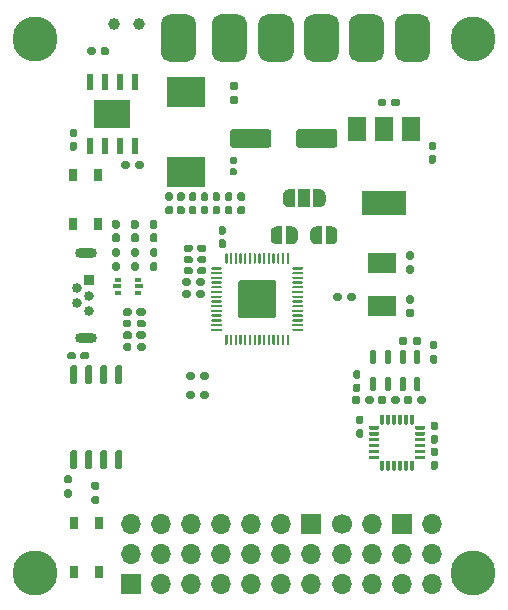
<source format=gbr>
%TF.GenerationSoftware,KiCad,Pcbnew,(5.1.10-1-10_14)*%
%TF.CreationDate,2021-12-24T07:56:15-05:00*%
%TF.ProjectId,hermes_v1,6865726d-6573-45f7-9631-2e6b69636164,rev?*%
%TF.SameCoordinates,Original*%
%TF.FileFunction,Soldermask,Top*%
%TF.FilePolarity,Negative*%
%FSLAX46Y46*%
G04 Gerber Fmt 4.6, Leading zero omitted, Abs format (unit mm)*
G04 Created by KiCad (PCBNEW (5.1.10-1-10_14)) date 2021-12-24 07:56:15*
%MOMM*%
%LPD*%
G01*
G04 APERTURE LIST*
%ADD10C,3.800000*%
%ADD11R,0.500000X0.375000*%
%ADD12R,0.650000X0.300000*%
%ADD13C,0.100000*%
%ADD14R,0.650000X1.050000*%
%ADD15C,1.000000*%
%ADD16O,1.850000X0.850000*%
%ADD17C,0.840000*%
%ADD18R,0.840000X0.840000*%
%ADD19O,1.700000X1.700000*%
%ADD20R,1.700000X1.700000*%
%ADD21C,1.700000*%
%ADD22R,2.400000X1.700000*%
%ADD23R,3.300000X2.500000*%
%ADD24R,1.000000X1.500000*%
%ADD25R,0.532600X1.454899*%
%ADD26R,3.099999X2.400000*%
%ADD27R,3.800000X2.000000*%
%ADD28R,1.500000X2.000000*%
G04 APERTURE END LIST*
D10*
%TO.C,H4*%
X188110000Y-45960000D03*
%TD*%
%TO.C,H3*%
X225250000Y-91190000D03*
%TD*%
%TO.C,H2*%
X188110000Y-91170000D03*
%TD*%
%TO.C,H1*%
X225230000Y-45960000D03*
%TD*%
D11*
%TO.C,U7*%
X195170000Y-67447500D03*
X195170000Y-66372500D03*
D12*
X196945000Y-66910000D03*
X195095000Y-66910000D03*
D11*
X196870000Y-66372500D03*
X196870000Y-67447500D03*
%TD*%
D13*
%TO.C,JP3*%
G36*
X213250000Y-61850602D02*
G01*
X213274534Y-61850602D01*
X213323365Y-61855412D01*
X213371490Y-61864984D01*
X213418445Y-61879228D01*
X213463778Y-61898005D01*
X213507051Y-61921136D01*
X213547850Y-61948396D01*
X213585779Y-61979524D01*
X213620476Y-62014221D01*
X213651604Y-62052150D01*
X213678864Y-62092949D01*
X213701995Y-62136222D01*
X213720772Y-62181555D01*
X213735016Y-62228510D01*
X213744588Y-62276635D01*
X213749398Y-62325466D01*
X213749398Y-62350000D01*
X213750000Y-62350000D01*
X213750000Y-62850000D01*
X213749398Y-62850000D01*
X213749398Y-62874534D01*
X213744588Y-62923365D01*
X213735016Y-62971490D01*
X213720772Y-63018445D01*
X213701995Y-63063778D01*
X213678864Y-63107051D01*
X213651604Y-63147850D01*
X213620476Y-63185779D01*
X213585779Y-63220476D01*
X213547850Y-63251604D01*
X213507051Y-63278864D01*
X213463778Y-63301995D01*
X213418445Y-63320772D01*
X213371490Y-63335016D01*
X213323365Y-63344588D01*
X213274534Y-63349398D01*
X213250000Y-63349398D01*
X213250000Y-63350000D01*
X212750000Y-63350000D01*
X212750000Y-61850000D01*
X213250000Y-61850000D01*
X213250000Y-61850602D01*
G37*
G36*
X212450000Y-63350000D02*
G01*
X211950000Y-63350000D01*
X211950000Y-63349398D01*
X211925466Y-63349398D01*
X211876635Y-63344588D01*
X211828510Y-63335016D01*
X211781555Y-63320772D01*
X211736222Y-63301995D01*
X211692949Y-63278864D01*
X211652150Y-63251604D01*
X211614221Y-63220476D01*
X211579524Y-63185779D01*
X211548396Y-63147850D01*
X211521136Y-63107051D01*
X211498005Y-63063778D01*
X211479228Y-63018445D01*
X211464984Y-62971490D01*
X211455412Y-62923365D01*
X211450602Y-62874534D01*
X211450602Y-62850000D01*
X211450000Y-62850000D01*
X211450000Y-62350000D01*
X211450602Y-62350000D01*
X211450602Y-62325466D01*
X211455412Y-62276635D01*
X211464984Y-62228510D01*
X211479228Y-62181555D01*
X211498005Y-62136222D01*
X211521136Y-62092949D01*
X211548396Y-62052150D01*
X211579524Y-62014221D01*
X211614221Y-61979524D01*
X211652150Y-61948396D01*
X211692949Y-61921136D01*
X211736222Y-61898005D01*
X211781555Y-61879228D01*
X211828510Y-61864984D01*
X211876635Y-61855412D01*
X211925466Y-61850602D01*
X211950000Y-61850602D01*
X211950000Y-61850000D01*
X212450000Y-61850000D01*
X212450000Y-63350000D01*
G37*
%TD*%
%TO.C,JP2*%
G36*
X208600000Y-63349398D02*
G01*
X208575466Y-63349398D01*
X208526635Y-63344588D01*
X208478510Y-63335016D01*
X208431555Y-63320772D01*
X208386222Y-63301995D01*
X208342949Y-63278864D01*
X208302150Y-63251604D01*
X208264221Y-63220476D01*
X208229524Y-63185779D01*
X208198396Y-63147850D01*
X208171136Y-63107051D01*
X208148005Y-63063778D01*
X208129228Y-63018445D01*
X208114984Y-62971490D01*
X208105412Y-62923365D01*
X208100602Y-62874534D01*
X208100602Y-62850000D01*
X208100000Y-62850000D01*
X208100000Y-62350000D01*
X208100602Y-62350000D01*
X208100602Y-62325466D01*
X208105412Y-62276635D01*
X208114984Y-62228510D01*
X208129228Y-62181555D01*
X208148005Y-62136222D01*
X208171136Y-62092949D01*
X208198396Y-62052150D01*
X208229524Y-62014221D01*
X208264221Y-61979524D01*
X208302150Y-61948396D01*
X208342949Y-61921136D01*
X208386222Y-61898005D01*
X208431555Y-61879228D01*
X208478510Y-61864984D01*
X208526635Y-61855412D01*
X208575466Y-61850602D01*
X208600000Y-61850602D01*
X208600000Y-61850000D01*
X209100000Y-61850000D01*
X209100000Y-63350000D01*
X208600000Y-63350000D01*
X208600000Y-63349398D01*
G37*
G36*
X209400000Y-61850000D02*
G01*
X209900000Y-61850000D01*
X209900000Y-61850602D01*
X209924534Y-61850602D01*
X209973365Y-61855412D01*
X210021490Y-61864984D01*
X210068445Y-61879228D01*
X210113778Y-61898005D01*
X210157051Y-61921136D01*
X210197850Y-61948396D01*
X210235779Y-61979524D01*
X210270476Y-62014221D01*
X210301604Y-62052150D01*
X210328864Y-62092949D01*
X210351995Y-62136222D01*
X210370772Y-62181555D01*
X210385016Y-62228510D01*
X210394588Y-62276635D01*
X210399398Y-62325466D01*
X210399398Y-62350000D01*
X210400000Y-62350000D01*
X210400000Y-62850000D01*
X210399398Y-62850000D01*
X210399398Y-62874534D01*
X210394588Y-62923365D01*
X210385016Y-62971490D01*
X210370772Y-63018445D01*
X210351995Y-63063778D01*
X210328864Y-63107051D01*
X210301604Y-63147850D01*
X210270476Y-63185779D01*
X210235779Y-63220476D01*
X210197850Y-63251604D01*
X210157051Y-63278864D01*
X210113778Y-63301995D01*
X210068445Y-63320772D01*
X210021490Y-63335016D01*
X209973365Y-63344588D01*
X209924534Y-63349398D01*
X209900000Y-63349398D01*
X209900000Y-63350000D01*
X209400000Y-63350000D01*
X209400000Y-61850000D01*
G37*
%TD*%
%TO.C,R16*%
G36*
G01*
X196310000Y-69915000D02*
X196310000Y-70235000D01*
G75*
G02*
X196150000Y-70395000I-160000J0D01*
G01*
X195755000Y-70395000D01*
G75*
G02*
X195595000Y-70235000I0J160000D01*
G01*
X195595000Y-69915000D01*
G75*
G02*
X195755000Y-69755000I160000J0D01*
G01*
X196150000Y-69755000D01*
G75*
G02*
X196310000Y-69915000I0J-160000D01*
G01*
G37*
G36*
G01*
X197505000Y-69915000D02*
X197505000Y-70235000D01*
G75*
G02*
X197345000Y-70395000I-160000J0D01*
G01*
X196950000Y-70395000D01*
G75*
G02*
X196790000Y-70235000I0J160000D01*
G01*
X196790000Y-69915000D01*
G75*
G02*
X196950000Y-69755000I160000J0D01*
G01*
X197345000Y-69755000D01*
G75*
G02*
X197505000Y-69915000I0J-160000D01*
G01*
G37*
%TD*%
%TO.C,R15*%
G36*
G01*
X196310000Y-71890000D02*
X196310000Y-72210000D01*
G75*
G02*
X196150000Y-72370000I-160000J0D01*
G01*
X195755000Y-72370000D01*
G75*
G02*
X195595000Y-72210000I0J160000D01*
G01*
X195595000Y-71890000D01*
G75*
G02*
X195755000Y-71730000I160000J0D01*
G01*
X196150000Y-71730000D01*
G75*
G02*
X196310000Y-71890000I0J-160000D01*
G01*
G37*
G36*
G01*
X197505000Y-71890000D02*
X197505000Y-72210000D01*
G75*
G02*
X197345000Y-72370000I-160000J0D01*
G01*
X196950000Y-72370000D01*
G75*
G02*
X196790000Y-72210000I0J160000D01*
G01*
X196790000Y-71890000D01*
G75*
G02*
X196950000Y-71730000I160000J0D01*
G01*
X197345000Y-71730000D01*
G75*
G02*
X197505000Y-71890000I0J-160000D01*
G01*
G37*
%TD*%
%TO.C,D6*%
G36*
G01*
X196360000Y-68940000D02*
X196360000Y-69260000D01*
G75*
G02*
X196200000Y-69420000I-160000J0D01*
G01*
X195755000Y-69420000D01*
G75*
G02*
X195595000Y-69260000I0J160000D01*
G01*
X195595000Y-68940000D01*
G75*
G02*
X195755000Y-68780000I160000J0D01*
G01*
X196200000Y-68780000D01*
G75*
G02*
X196360000Y-68940000I0J-160000D01*
G01*
G37*
G36*
G01*
X197505000Y-68940000D02*
X197505000Y-69260000D01*
G75*
G02*
X197345000Y-69420000I-160000J0D01*
G01*
X196900000Y-69420000D01*
G75*
G02*
X196740000Y-69260000I0J160000D01*
G01*
X196740000Y-68940000D01*
G75*
G02*
X196900000Y-68780000I160000J0D01*
G01*
X197345000Y-68780000D01*
G75*
G02*
X197505000Y-68940000I0J-160000D01*
G01*
G37*
%TD*%
%TO.C,D5*%
G36*
G01*
X196360000Y-70890000D02*
X196360000Y-71210000D01*
G75*
G02*
X196200000Y-71370000I-160000J0D01*
G01*
X195755000Y-71370000D01*
G75*
G02*
X195595000Y-71210000I0J160000D01*
G01*
X195595000Y-70890000D01*
G75*
G02*
X195755000Y-70730000I160000J0D01*
G01*
X196200000Y-70730000D01*
G75*
G02*
X196360000Y-70890000I0J-160000D01*
G01*
G37*
G36*
G01*
X197505000Y-70890000D02*
X197505000Y-71210000D01*
G75*
G02*
X197345000Y-71370000I-160000J0D01*
G01*
X196900000Y-71370000D01*
G75*
G02*
X196740000Y-71210000I0J160000D01*
G01*
X196740000Y-70890000D01*
G75*
G02*
X196900000Y-70730000I160000J0D01*
G01*
X197345000Y-70730000D01*
G75*
G02*
X197505000Y-70890000I0J-160000D01*
G01*
G37*
%TD*%
D14*
%TO.C,SW2*%
X191425000Y-91125000D03*
X191425000Y-86975000D03*
X193575000Y-91125000D03*
X193575000Y-86975000D03*
%TD*%
%TO.C,SW1*%
X191325000Y-61675000D03*
X191325000Y-57525000D03*
X193475000Y-61675000D03*
X193475000Y-57525000D03*
%TD*%
%TO.C,C8*%
G36*
G01*
X201500000Y-63545000D02*
X201500000Y-63855000D01*
G75*
G02*
X201345000Y-64010000I-155000J0D01*
G01*
X200920000Y-64010000D01*
G75*
G02*
X200765000Y-63855000I0J155000D01*
G01*
X200765000Y-63545000D01*
G75*
G02*
X200920000Y-63390000I155000J0D01*
G01*
X201345000Y-63390000D01*
G75*
G02*
X201500000Y-63545000I0J-155000D01*
G01*
G37*
G36*
G01*
X202635000Y-63545000D02*
X202635000Y-63855000D01*
G75*
G02*
X202480000Y-64010000I-155000J0D01*
G01*
X202055000Y-64010000D01*
G75*
G02*
X201900000Y-63855000I0J155000D01*
G01*
X201900000Y-63545000D01*
G75*
G02*
X202055000Y-63390000I155000J0D01*
G01*
X202480000Y-63390000D01*
G75*
G02*
X202635000Y-63545000I0J-155000D01*
G01*
G37*
%TD*%
D15*
%TO.C,TP2*%
X196950000Y-44700000D03*
%TD*%
%TO.C,TP1*%
X194800000Y-44700000D03*
%TD*%
D16*
%TO.C,J2*%
X192480000Y-71275000D03*
X192480000Y-64125000D03*
D17*
X192700000Y-69000000D03*
X191700000Y-68350000D03*
X192700000Y-67700000D03*
X191700000Y-67050000D03*
D18*
X192700000Y-66400000D03*
%TD*%
D19*
%TO.C,J7*%
X221740000Y-92130000D03*
X219200000Y-92130000D03*
X221740000Y-89590000D03*
X219200000Y-89590000D03*
X221740000Y-87050000D03*
D20*
X219200000Y-87050000D03*
%TD*%
D19*
%TO.C,J5*%
X216640000Y-92130000D03*
X214100000Y-92130000D03*
X216640000Y-89590000D03*
X214100000Y-89590000D03*
X216640000Y-87050000D03*
D21*
X214100000Y-87050000D03*
%TD*%
D19*
%TO.C,J4*%
X211540000Y-89610000D03*
X211540000Y-92150000D03*
X209000000Y-89610000D03*
X209000000Y-92150000D03*
X206460000Y-89610000D03*
X206460000Y-92150000D03*
X203920000Y-89610000D03*
X203920000Y-92150000D03*
X201380000Y-89610000D03*
X201380000Y-92150000D03*
X198840000Y-89610000D03*
X198840000Y-92150000D03*
X196300000Y-89610000D03*
D20*
X196300000Y-92150000D03*
%TD*%
D19*
%TO.C,J3*%
X196310000Y-87050000D03*
X198850000Y-87050000D03*
X201390000Y-87050000D03*
X203930000Y-87050000D03*
X206470000Y-87050000D03*
X209010000Y-87050000D03*
D20*
X211550000Y-87050000D03*
%TD*%
D22*
%TO.C,Y1*%
X217500000Y-64900000D03*
X217500000Y-68600000D03*
%TD*%
%TO.C,C6*%
G36*
G01*
X201500000Y-64495000D02*
X201500000Y-64805000D01*
G75*
G02*
X201345000Y-64960000I-155000J0D01*
G01*
X200920000Y-64960000D01*
G75*
G02*
X200765000Y-64805000I0J155000D01*
G01*
X200765000Y-64495000D01*
G75*
G02*
X200920000Y-64340000I155000J0D01*
G01*
X201345000Y-64340000D01*
G75*
G02*
X201500000Y-64495000I0J-155000D01*
G01*
G37*
G36*
G01*
X202635000Y-64495000D02*
X202635000Y-64805000D01*
G75*
G02*
X202480000Y-64960000I-155000J0D01*
G01*
X202055000Y-64960000D01*
G75*
G02*
X201900000Y-64805000I0J155000D01*
G01*
X201900000Y-64495000D01*
G75*
G02*
X202055000Y-64340000I155000J0D01*
G01*
X202480000Y-64340000D01*
G75*
G02*
X202635000Y-64495000I0J-155000D01*
G01*
G37*
%TD*%
%TO.C,C7*%
G36*
G01*
X202635000Y-65445000D02*
X202635000Y-65755000D01*
G75*
G02*
X202480000Y-65910000I-155000J0D01*
G01*
X202055000Y-65910000D01*
G75*
G02*
X201900000Y-65755000I0J155000D01*
G01*
X201900000Y-65445000D01*
G75*
G02*
X202055000Y-65290000I155000J0D01*
G01*
X202480000Y-65290000D01*
G75*
G02*
X202635000Y-65445000I0J-155000D01*
G01*
G37*
G36*
G01*
X201500000Y-65445000D02*
X201500000Y-65755000D01*
G75*
G02*
X201345000Y-65910000I-155000J0D01*
G01*
X200920000Y-65910000D01*
G75*
G02*
X200765000Y-65755000I0J155000D01*
G01*
X200765000Y-65445000D01*
G75*
G02*
X200920000Y-65290000I155000J0D01*
G01*
X201345000Y-65290000D01*
G75*
G02*
X201500000Y-65445000I0J-155000D01*
G01*
G37*
%TD*%
%TO.C,C9*%
G36*
G01*
X204155000Y-62550000D02*
X203845000Y-62550000D01*
G75*
G02*
X203690000Y-62395000I0J155000D01*
G01*
X203690000Y-61970000D01*
G75*
G02*
X203845000Y-61815000I155000J0D01*
G01*
X204155000Y-61815000D01*
G75*
G02*
X204310000Y-61970000I0J-155000D01*
G01*
X204310000Y-62395000D01*
G75*
G02*
X204155000Y-62550000I-155000J0D01*
G01*
G37*
G36*
G01*
X204155000Y-63685000D02*
X203845000Y-63685000D01*
G75*
G02*
X203690000Y-63530000I0J155000D01*
G01*
X203690000Y-63105000D01*
G75*
G02*
X203845000Y-62950000I155000J0D01*
G01*
X204155000Y-62950000D01*
G75*
G02*
X204310000Y-63105000I0J-155000D01*
G01*
X204310000Y-63530000D01*
G75*
G02*
X204155000Y-63685000I-155000J0D01*
G01*
G37*
%TD*%
%TO.C,C10*%
G36*
G01*
X205445000Y-60100000D02*
X205755000Y-60100000D01*
G75*
G02*
X205910000Y-60255000I0J-155000D01*
G01*
X205910000Y-60680000D01*
G75*
G02*
X205755000Y-60835000I-155000J0D01*
G01*
X205445000Y-60835000D01*
G75*
G02*
X205290000Y-60680000I0J155000D01*
G01*
X205290000Y-60255000D01*
G75*
G02*
X205445000Y-60100000I155000J0D01*
G01*
G37*
G36*
G01*
X205445000Y-58965000D02*
X205755000Y-58965000D01*
G75*
G02*
X205910000Y-59120000I0J-155000D01*
G01*
X205910000Y-59545000D01*
G75*
G02*
X205755000Y-59700000I-155000J0D01*
G01*
X205445000Y-59700000D01*
G75*
G02*
X205290000Y-59545000I0J155000D01*
G01*
X205290000Y-59120000D01*
G75*
G02*
X205445000Y-58965000I155000J0D01*
G01*
G37*
%TD*%
%TO.C,C11*%
G36*
G01*
X204395000Y-58965000D02*
X204705000Y-58965000D01*
G75*
G02*
X204860000Y-59120000I0J-155000D01*
G01*
X204860000Y-59545000D01*
G75*
G02*
X204705000Y-59700000I-155000J0D01*
G01*
X204395000Y-59700000D01*
G75*
G02*
X204240000Y-59545000I0J155000D01*
G01*
X204240000Y-59120000D01*
G75*
G02*
X204395000Y-58965000I155000J0D01*
G01*
G37*
G36*
G01*
X204395000Y-60100000D02*
X204705000Y-60100000D01*
G75*
G02*
X204860000Y-60255000I0J-155000D01*
G01*
X204860000Y-60680000D01*
G75*
G02*
X204705000Y-60835000I-155000J0D01*
G01*
X204395000Y-60835000D01*
G75*
G02*
X204240000Y-60680000I0J155000D01*
G01*
X204240000Y-60255000D01*
G75*
G02*
X204395000Y-60100000I155000J0D01*
G01*
G37*
%TD*%
%TO.C,C12*%
G36*
G01*
X203345000Y-60100000D02*
X203655000Y-60100000D01*
G75*
G02*
X203810000Y-60255000I0J-155000D01*
G01*
X203810000Y-60680000D01*
G75*
G02*
X203655000Y-60835000I-155000J0D01*
G01*
X203345000Y-60835000D01*
G75*
G02*
X203190000Y-60680000I0J155000D01*
G01*
X203190000Y-60255000D01*
G75*
G02*
X203345000Y-60100000I155000J0D01*
G01*
G37*
G36*
G01*
X203345000Y-58965000D02*
X203655000Y-58965000D01*
G75*
G02*
X203810000Y-59120000I0J-155000D01*
G01*
X203810000Y-59545000D01*
G75*
G02*
X203655000Y-59700000I-155000J0D01*
G01*
X203345000Y-59700000D01*
G75*
G02*
X203190000Y-59545000I0J155000D01*
G01*
X203190000Y-59120000D01*
G75*
G02*
X203345000Y-58965000I155000J0D01*
G01*
G37*
%TD*%
%TO.C,C13*%
G36*
G01*
X202345000Y-58965000D02*
X202655000Y-58965000D01*
G75*
G02*
X202810000Y-59120000I0J-155000D01*
G01*
X202810000Y-59545000D01*
G75*
G02*
X202655000Y-59700000I-155000J0D01*
G01*
X202345000Y-59700000D01*
G75*
G02*
X202190000Y-59545000I0J155000D01*
G01*
X202190000Y-59120000D01*
G75*
G02*
X202345000Y-58965000I155000J0D01*
G01*
G37*
G36*
G01*
X202345000Y-60100000D02*
X202655000Y-60100000D01*
G75*
G02*
X202810000Y-60255000I0J-155000D01*
G01*
X202810000Y-60680000D01*
G75*
G02*
X202655000Y-60835000I-155000J0D01*
G01*
X202345000Y-60835000D01*
G75*
G02*
X202190000Y-60680000I0J155000D01*
G01*
X202190000Y-60255000D01*
G75*
G02*
X202345000Y-60100000I155000J0D01*
G01*
G37*
%TD*%
%TO.C,C14*%
G36*
G01*
X201345000Y-58965000D02*
X201655000Y-58965000D01*
G75*
G02*
X201810000Y-59120000I0J-155000D01*
G01*
X201810000Y-59545000D01*
G75*
G02*
X201655000Y-59700000I-155000J0D01*
G01*
X201345000Y-59700000D01*
G75*
G02*
X201190000Y-59545000I0J155000D01*
G01*
X201190000Y-59120000D01*
G75*
G02*
X201345000Y-58965000I155000J0D01*
G01*
G37*
G36*
G01*
X201345000Y-60100000D02*
X201655000Y-60100000D01*
G75*
G02*
X201810000Y-60255000I0J-155000D01*
G01*
X201810000Y-60680000D01*
G75*
G02*
X201655000Y-60835000I-155000J0D01*
G01*
X201345000Y-60835000D01*
G75*
G02*
X201190000Y-60680000I0J155000D01*
G01*
X201190000Y-60255000D01*
G75*
G02*
X201345000Y-60100000I155000J0D01*
G01*
G37*
%TD*%
%TO.C,C15*%
G36*
G01*
X200345000Y-60100000D02*
X200655000Y-60100000D01*
G75*
G02*
X200810000Y-60255000I0J-155000D01*
G01*
X200810000Y-60680000D01*
G75*
G02*
X200655000Y-60835000I-155000J0D01*
G01*
X200345000Y-60835000D01*
G75*
G02*
X200190000Y-60680000I0J155000D01*
G01*
X200190000Y-60255000D01*
G75*
G02*
X200345000Y-60100000I155000J0D01*
G01*
G37*
G36*
G01*
X200345000Y-58965000D02*
X200655000Y-58965000D01*
G75*
G02*
X200810000Y-59120000I0J-155000D01*
G01*
X200810000Y-59545000D01*
G75*
G02*
X200655000Y-59700000I-155000J0D01*
G01*
X200345000Y-59700000D01*
G75*
G02*
X200190000Y-59545000I0J155000D01*
G01*
X200190000Y-59120000D01*
G75*
G02*
X200345000Y-58965000I155000J0D01*
G01*
G37*
%TD*%
%TO.C,C16*%
G36*
G01*
X199345000Y-58965000D02*
X199655000Y-58965000D01*
G75*
G02*
X199810000Y-59120000I0J-155000D01*
G01*
X199810000Y-59545000D01*
G75*
G02*
X199655000Y-59700000I-155000J0D01*
G01*
X199345000Y-59700000D01*
G75*
G02*
X199190000Y-59545000I0J155000D01*
G01*
X199190000Y-59120000D01*
G75*
G02*
X199345000Y-58965000I155000J0D01*
G01*
G37*
G36*
G01*
X199345000Y-60100000D02*
X199655000Y-60100000D01*
G75*
G02*
X199810000Y-60255000I0J-155000D01*
G01*
X199810000Y-60680000D01*
G75*
G02*
X199655000Y-60835000I-155000J0D01*
G01*
X199345000Y-60835000D01*
G75*
G02*
X199190000Y-60680000I0J155000D01*
G01*
X199190000Y-60255000D01*
G75*
G02*
X199345000Y-60100000I155000J0D01*
G01*
G37*
%TD*%
%TO.C,C17*%
G36*
G01*
X220055000Y-69535000D02*
X219745000Y-69535000D01*
G75*
G02*
X219590000Y-69380000I0J155000D01*
G01*
X219590000Y-68955000D01*
G75*
G02*
X219745000Y-68800000I155000J0D01*
G01*
X220055000Y-68800000D01*
G75*
G02*
X220210000Y-68955000I0J-155000D01*
G01*
X220210000Y-69380000D01*
G75*
G02*
X220055000Y-69535000I-155000J0D01*
G01*
G37*
G36*
G01*
X220055000Y-68400000D02*
X219745000Y-68400000D01*
G75*
G02*
X219590000Y-68245000I0J155000D01*
G01*
X219590000Y-67820000D01*
G75*
G02*
X219745000Y-67665000I155000J0D01*
G01*
X220055000Y-67665000D01*
G75*
G02*
X220210000Y-67820000I0J-155000D01*
G01*
X220210000Y-68245000D01*
G75*
G02*
X220055000Y-68400000I-155000J0D01*
G01*
G37*
%TD*%
%TO.C,C18*%
G36*
G01*
X219745000Y-65100000D02*
X220055000Y-65100000D01*
G75*
G02*
X220210000Y-65255000I0J-155000D01*
G01*
X220210000Y-65680000D01*
G75*
G02*
X220055000Y-65835000I-155000J0D01*
G01*
X219745000Y-65835000D01*
G75*
G02*
X219590000Y-65680000I0J155000D01*
G01*
X219590000Y-65255000D01*
G75*
G02*
X219745000Y-65100000I155000J0D01*
G01*
G37*
G36*
G01*
X219745000Y-63965000D02*
X220055000Y-63965000D01*
G75*
G02*
X220210000Y-64120000I0J-155000D01*
G01*
X220210000Y-64545000D01*
G75*
G02*
X220055000Y-64700000I-155000J0D01*
G01*
X219745000Y-64700000D01*
G75*
G02*
X219590000Y-64545000I0J155000D01*
G01*
X219590000Y-64120000D01*
G75*
G02*
X219745000Y-63965000I155000J0D01*
G01*
G37*
%TD*%
%TO.C,C19*%
G36*
G01*
X192000000Y-72955000D02*
X192000000Y-72645000D01*
G75*
G02*
X192155000Y-72490000I155000J0D01*
G01*
X192580000Y-72490000D01*
G75*
G02*
X192735000Y-72645000I0J-155000D01*
G01*
X192735000Y-72955000D01*
G75*
G02*
X192580000Y-73110000I-155000J0D01*
G01*
X192155000Y-73110000D01*
G75*
G02*
X192000000Y-72955000I0J155000D01*
G01*
G37*
G36*
G01*
X190865000Y-72955000D02*
X190865000Y-72645000D01*
G75*
G02*
X191020000Y-72490000I155000J0D01*
G01*
X191445000Y-72490000D01*
G75*
G02*
X191600000Y-72645000I0J-155000D01*
G01*
X191600000Y-72955000D01*
G75*
G02*
X191445000Y-73110000I-155000J0D01*
G01*
X191020000Y-73110000D01*
G75*
G02*
X190865000Y-72955000I0J155000D01*
G01*
G37*
%TD*%
%TO.C,C20*%
G36*
G01*
X215805000Y-79735000D02*
X215495000Y-79735000D01*
G75*
G02*
X215340000Y-79580000I0J155000D01*
G01*
X215340000Y-79155000D01*
G75*
G02*
X215495000Y-79000000I155000J0D01*
G01*
X215805000Y-79000000D01*
G75*
G02*
X215960000Y-79155000I0J-155000D01*
G01*
X215960000Y-79580000D01*
G75*
G02*
X215805000Y-79735000I-155000J0D01*
G01*
G37*
G36*
G01*
X215805000Y-78600000D02*
X215495000Y-78600000D01*
G75*
G02*
X215340000Y-78445000I0J155000D01*
G01*
X215340000Y-78020000D01*
G75*
G02*
X215495000Y-77865000I155000J0D01*
G01*
X215805000Y-77865000D01*
G75*
G02*
X215960000Y-78020000I0J-155000D01*
G01*
X215960000Y-78445000D01*
G75*
G02*
X215805000Y-78600000I-155000J0D01*
G01*
G37*
%TD*%
%TO.C,C21*%
G36*
G01*
X215545000Y-75885000D02*
X215235000Y-75885000D01*
G75*
G02*
X215080000Y-75730000I0J155000D01*
G01*
X215080000Y-75305000D01*
G75*
G02*
X215235000Y-75150000I155000J0D01*
G01*
X215545000Y-75150000D01*
G75*
G02*
X215700000Y-75305000I0J-155000D01*
G01*
X215700000Y-75730000D01*
G75*
G02*
X215545000Y-75885000I-155000J0D01*
G01*
G37*
G36*
G01*
X215545000Y-74750000D02*
X215235000Y-74750000D01*
G75*
G02*
X215080000Y-74595000I0J155000D01*
G01*
X215080000Y-74170000D01*
G75*
G02*
X215235000Y-74015000I155000J0D01*
G01*
X215545000Y-74015000D01*
G75*
G02*
X215700000Y-74170000I0J-155000D01*
G01*
X215700000Y-74595000D01*
G75*
G02*
X215545000Y-74750000I-155000J0D01*
G01*
G37*
%TD*%
%TO.C,C22*%
G36*
G01*
X222105000Y-79100000D02*
X221795000Y-79100000D01*
G75*
G02*
X221640000Y-78945000I0J155000D01*
G01*
X221640000Y-78520000D01*
G75*
G02*
X221795000Y-78365000I155000J0D01*
G01*
X222105000Y-78365000D01*
G75*
G02*
X222260000Y-78520000I0J-155000D01*
G01*
X222260000Y-78945000D01*
G75*
G02*
X222105000Y-79100000I-155000J0D01*
G01*
G37*
G36*
G01*
X222105000Y-80235000D02*
X221795000Y-80235000D01*
G75*
G02*
X221640000Y-80080000I0J155000D01*
G01*
X221640000Y-79655000D01*
G75*
G02*
X221795000Y-79500000I155000J0D01*
G01*
X222105000Y-79500000D01*
G75*
G02*
X222260000Y-79655000I0J-155000D01*
G01*
X222260000Y-80080000D01*
G75*
G02*
X222105000Y-80235000I-155000J0D01*
G01*
G37*
%TD*%
%TO.C,C23*%
G36*
G01*
X216100000Y-76705000D02*
X216100000Y-76395000D01*
G75*
G02*
X216255000Y-76240000I155000J0D01*
G01*
X216680000Y-76240000D01*
G75*
G02*
X216835000Y-76395000I0J-155000D01*
G01*
X216835000Y-76705000D01*
G75*
G02*
X216680000Y-76860000I-155000J0D01*
G01*
X216255000Y-76860000D01*
G75*
G02*
X216100000Y-76705000I0J155000D01*
G01*
G37*
G36*
G01*
X214965000Y-76705000D02*
X214965000Y-76395000D01*
G75*
G02*
X215120000Y-76240000I155000J0D01*
G01*
X215545000Y-76240000D01*
G75*
G02*
X215700000Y-76395000I0J-155000D01*
G01*
X215700000Y-76705000D01*
G75*
G02*
X215545000Y-76860000I-155000J0D01*
G01*
X215120000Y-76860000D01*
G75*
G02*
X214965000Y-76705000I0J155000D01*
G01*
G37*
%TD*%
%TO.C,C24*%
G36*
G01*
X217165000Y-76705000D02*
X217165000Y-76395000D01*
G75*
G02*
X217320000Y-76240000I155000J0D01*
G01*
X217745000Y-76240000D01*
G75*
G02*
X217900000Y-76395000I0J-155000D01*
G01*
X217900000Y-76705000D01*
G75*
G02*
X217745000Y-76860000I-155000J0D01*
G01*
X217320000Y-76860000D01*
G75*
G02*
X217165000Y-76705000I0J155000D01*
G01*
G37*
G36*
G01*
X218300000Y-76705000D02*
X218300000Y-76395000D01*
G75*
G02*
X218455000Y-76240000I155000J0D01*
G01*
X218880000Y-76240000D01*
G75*
G02*
X219035000Y-76395000I0J-155000D01*
G01*
X219035000Y-76705000D01*
G75*
G02*
X218880000Y-76860000I-155000J0D01*
G01*
X218455000Y-76860000D01*
G75*
G02*
X218300000Y-76705000I0J155000D01*
G01*
G37*
%TD*%
%TO.C,C25*%
G36*
G01*
X221235000Y-76395000D02*
X221235000Y-76705000D01*
G75*
G02*
X221080000Y-76860000I-155000J0D01*
G01*
X220655000Y-76860000D01*
G75*
G02*
X220500000Y-76705000I0J155000D01*
G01*
X220500000Y-76395000D01*
G75*
G02*
X220655000Y-76240000I155000J0D01*
G01*
X221080000Y-76240000D01*
G75*
G02*
X221235000Y-76395000I0J-155000D01*
G01*
G37*
G36*
G01*
X220100000Y-76395000D02*
X220100000Y-76705000D01*
G75*
G02*
X219945000Y-76860000I-155000J0D01*
G01*
X219520000Y-76860000D01*
G75*
G02*
X219365000Y-76705000I0J155000D01*
G01*
X219365000Y-76395000D01*
G75*
G02*
X219520000Y-76240000I155000J0D01*
G01*
X219945000Y-76240000D01*
G75*
G02*
X220100000Y-76395000I0J-155000D01*
G01*
G37*
%TD*%
%TO.C,C26*%
G36*
G01*
X221795000Y-80565000D02*
X222105000Y-80565000D01*
G75*
G02*
X222260000Y-80720000I0J-155000D01*
G01*
X222260000Y-81145000D01*
G75*
G02*
X222105000Y-81300000I-155000J0D01*
G01*
X221795000Y-81300000D01*
G75*
G02*
X221640000Y-81145000I0J155000D01*
G01*
X221640000Y-80720000D01*
G75*
G02*
X221795000Y-80565000I155000J0D01*
G01*
G37*
G36*
G01*
X221795000Y-81700000D02*
X222105000Y-81700000D01*
G75*
G02*
X222260000Y-81855000I0J-155000D01*
G01*
X222260000Y-82280000D01*
G75*
G02*
X222105000Y-82435000I-155000J0D01*
G01*
X221795000Y-82435000D01*
G75*
G02*
X221640000Y-82280000I0J155000D01*
G01*
X221640000Y-81855000D01*
G75*
G02*
X221795000Y-81700000I155000J0D01*
G01*
G37*
%TD*%
%TO.C,C1*%
G36*
G01*
X194435000Y-46845000D02*
X194435000Y-47155000D01*
G75*
G02*
X194280000Y-47310000I-155000J0D01*
G01*
X193855000Y-47310000D01*
G75*
G02*
X193700000Y-47155000I0J155000D01*
G01*
X193700000Y-46845000D01*
G75*
G02*
X193855000Y-46690000I155000J0D01*
G01*
X194280000Y-46690000D01*
G75*
G02*
X194435000Y-46845000I0J-155000D01*
G01*
G37*
G36*
G01*
X193300000Y-46845000D02*
X193300000Y-47155000D01*
G75*
G02*
X193145000Y-47310000I-155000J0D01*
G01*
X192720000Y-47310000D01*
G75*
G02*
X192565000Y-47155000I0J155000D01*
G01*
X192565000Y-46845000D01*
G75*
G02*
X192720000Y-46690000I155000J0D01*
G01*
X193145000Y-46690000D01*
G75*
G02*
X193300000Y-46845000I0J-155000D01*
G01*
G37*
%TD*%
%TO.C,C2*%
G36*
G01*
X191555000Y-54300000D02*
X191245000Y-54300000D01*
G75*
G02*
X191090000Y-54145000I0J155000D01*
G01*
X191090000Y-53720000D01*
G75*
G02*
X191245000Y-53565000I155000J0D01*
G01*
X191555000Y-53565000D01*
G75*
G02*
X191710000Y-53720000I0J-155000D01*
G01*
X191710000Y-54145000D01*
G75*
G02*
X191555000Y-54300000I-155000J0D01*
G01*
G37*
G36*
G01*
X191555000Y-55435000D02*
X191245000Y-55435000D01*
G75*
G02*
X191090000Y-55280000I0J155000D01*
G01*
X191090000Y-54855000D01*
G75*
G02*
X191245000Y-54700000I155000J0D01*
G01*
X191555000Y-54700000D01*
G75*
G02*
X191710000Y-54855000I0J-155000D01*
G01*
X191710000Y-55280000D01*
G75*
G02*
X191555000Y-55435000I-155000J0D01*
G01*
G37*
%TD*%
%TO.C,C3*%
G36*
G01*
X217165000Y-51505000D02*
X217165000Y-51195000D01*
G75*
G02*
X217320000Y-51040000I155000J0D01*
G01*
X217745000Y-51040000D01*
G75*
G02*
X217900000Y-51195000I0J-155000D01*
G01*
X217900000Y-51505000D01*
G75*
G02*
X217745000Y-51660000I-155000J0D01*
G01*
X217320000Y-51660000D01*
G75*
G02*
X217165000Y-51505000I0J155000D01*
G01*
G37*
G36*
G01*
X218300000Y-51505000D02*
X218300000Y-51195000D01*
G75*
G02*
X218455000Y-51040000I155000J0D01*
G01*
X218880000Y-51040000D01*
G75*
G02*
X219035000Y-51195000I0J-155000D01*
G01*
X219035000Y-51505000D01*
G75*
G02*
X218880000Y-51660000I-155000J0D01*
G01*
X218455000Y-51660000D01*
G75*
G02*
X218300000Y-51505000I0J155000D01*
G01*
G37*
%TD*%
%TO.C,C4*%
G36*
G01*
X204650000Y-54950000D02*
X204650000Y-53850000D01*
G75*
G02*
X204900000Y-53600000I250000J0D01*
G01*
X207900000Y-53600000D01*
G75*
G02*
X208150000Y-53850000I0J-250000D01*
G01*
X208150000Y-54950000D01*
G75*
G02*
X207900000Y-55200000I-250000J0D01*
G01*
X204900000Y-55200000D01*
G75*
G02*
X204650000Y-54950000I0J250000D01*
G01*
G37*
G36*
G01*
X210250000Y-54950000D02*
X210250000Y-53850000D01*
G75*
G02*
X210500000Y-53600000I250000J0D01*
G01*
X213500000Y-53600000D01*
G75*
G02*
X213750000Y-53850000I0J-250000D01*
G01*
X213750000Y-54950000D01*
G75*
G02*
X213500000Y-55200000I-250000J0D01*
G01*
X210500000Y-55200000D01*
G75*
G02*
X210250000Y-54950000I0J250000D01*
G01*
G37*
%TD*%
%TO.C,C5*%
G36*
G01*
X221955000Y-55400000D02*
X221645000Y-55400000D01*
G75*
G02*
X221490000Y-55245000I0J155000D01*
G01*
X221490000Y-54820000D01*
G75*
G02*
X221645000Y-54665000I155000J0D01*
G01*
X221955000Y-54665000D01*
G75*
G02*
X222110000Y-54820000I0J-155000D01*
G01*
X222110000Y-55245000D01*
G75*
G02*
X221955000Y-55400000I-155000J0D01*
G01*
G37*
G36*
G01*
X221955000Y-56535000D02*
X221645000Y-56535000D01*
G75*
G02*
X221490000Y-56380000I0J155000D01*
G01*
X221490000Y-55955000D01*
G75*
G02*
X221645000Y-55800000I155000J0D01*
G01*
X221955000Y-55800000D01*
G75*
G02*
X222110000Y-55955000I0J-155000D01*
G01*
X222110000Y-56380000D01*
G75*
G02*
X221955000Y-56535000I-155000J0D01*
G01*
G37*
%TD*%
%TO.C,D2*%
G36*
G01*
X198360000Y-63205000D02*
X198040000Y-63205000D01*
G75*
G02*
X197880000Y-63045000I0J160000D01*
G01*
X197880000Y-62600000D01*
G75*
G02*
X198040000Y-62440000I160000J0D01*
G01*
X198360000Y-62440000D01*
G75*
G02*
X198520000Y-62600000I0J-160000D01*
G01*
X198520000Y-63045000D01*
G75*
G02*
X198360000Y-63205000I-160000J0D01*
G01*
G37*
G36*
G01*
X198360000Y-62060000D02*
X198040000Y-62060000D01*
G75*
G02*
X197880000Y-61900000I0J160000D01*
G01*
X197880000Y-61455000D01*
G75*
G02*
X198040000Y-61295000I160000J0D01*
G01*
X198360000Y-61295000D01*
G75*
G02*
X198520000Y-61455000I0J-160000D01*
G01*
X198520000Y-61900000D01*
G75*
G02*
X198360000Y-62060000I-160000J0D01*
G01*
G37*
%TD*%
%TO.C,D3*%
G36*
G01*
X196760000Y-62060000D02*
X196440000Y-62060000D01*
G75*
G02*
X196280000Y-61900000I0J160000D01*
G01*
X196280000Y-61455000D01*
G75*
G02*
X196440000Y-61295000I160000J0D01*
G01*
X196760000Y-61295000D01*
G75*
G02*
X196920000Y-61455000I0J-160000D01*
G01*
X196920000Y-61900000D01*
G75*
G02*
X196760000Y-62060000I-160000J0D01*
G01*
G37*
G36*
G01*
X196760000Y-63205000D02*
X196440000Y-63205000D01*
G75*
G02*
X196280000Y-63045000I0J160000D01*
G01*
X196280000Y-62600000D01*
G75*
G02*
X196440000Y-62440000I160000J0D01*
G01*
X196760000Y-62440000D01*
G75*
G02*
X196920000Y-62600000I0J-160000D01*
G01*
X196920000Y-63045000D01*
G75*
G02*
X196760000Y-63205000I-160000J0D01*
G01*
G37*
%TD*%
%TO.C,D4*%
G36*
G01*
X195160000Y-63205000D02*
X194840000Y-63205000D01*
G75*
G02*
X194680000Y-63045000I0J160000D01*
G01*
X194680000Y-62600000D01*
G75*
G02*
X194840000Y-62440000I160000J0D01*
G01*
X195160000Y-62440000D01*
G75*
G02*
X195320000Y-62600000I0J-160000D01*
G01*
X195320000Y-63045000D01*
G75*
G02*
X195160000Y-63205000I-160000J0D01*
G01*
G37*
G36*
G01*
X195160000Y-62060000D02*
X194840000Y-62060000D01*
G75*
G02*
X194680000Y-61900000I0J160000D01*
G01*
X194680000Y-61455000D01*
G75*
G02*
X194840000Y-61295000I160000J0D01*
G01*
X195160000Y-61295000D01*
G75*
G02*
X195320000Y-61455000I0J-160000D01*
G01*
X195320000Y-61900000D01*
G75*
G02*
X195160000Y-62060000I-160000J0D01*
G01*
G37*
%TD*%
D23*
%TO.C,D1*%
X200950000Y-57250000D03*
X200950000Y-50450000D03*
%TD*%
D13*
%TO.C,JP1*%
G36*
X209650000Y-60199398D02*
G01*
X209625466Y-60199398D01*
X209576635Y-60194588D01*
X209528510Y-60185016D01*
X209481555Y-60170772D01*
X209436222Y-60151995D01*
X209392949Y-60128864D01*
X209352150Y-60101604D01*
X209314221Y-60070476D01*
X209279524Y-60035779D01*
X209248396Y-59997850D01*
X209221136Y-59957051D01*
X209198005Y-59913778D01*
X209179228Y-59868445D01*
X209164984Y-59821490D01*
X209155412Y-59773365D01*
X209150602Y-59724534D01*
X209150602Y-59700000D01*
X209150000Y-59700000D01*
X209150000Y-59200000D01*
X209150602Y-59200000D01*
X209150602Y-59175466D01*
X209155412Y-59126635D01*
X209164984Y-59078510D01*
X209179228Y-59031555D01*
X209198005Y-58986222D01*
X209221136Y-58942949D01*
X209248396Y-58902150D01*
X209279524Y-58864221D01*
X209314221Y-58829524D01*
X209352150Y-58798396D01*
X209392949Y-58771136D01*
X209436222Y-58748005D01*
X209481555Y-58729228D01*
X209528510Y-58714984D01*
X209576635Y-58705412D01*
X209625466Y-58700602D01*
X209650000Y-58700602D01*
X209650000Y-58700000D01*
X210200000Y-58700000D01*
X210200000Y-60200000D01*
X209650000Y-60200000D01*
X209650000Y-60199398D01*
G37*
D24*
X210950000Y-59450000D03*
D13*
G36*
X211700000Y-58700000D02*
G01*
X212250000Y-58700000D01*
X212250000Y-58700602D01*
X212274534Y-58700602D01*
X212323365Y-58705412D01*
X212371490Y-58714984D01*
X212418445Y-58729228D01*
X212463778Y-58748005D01*
X212507051Y-58771136D01*
X212547850Y-58798396D01*
X212585779Y-58829524D01*
X212620476Y-58864221D01*
X212651604Y-58902150D01*
X212678864Y-58942949D01*
X212701995Y-58986222D01*
X212720772Y-59031555D01*
X212735016Y-59078510D01*
X212744588Y-59126635D01*
X212749398Y-59175466D01*
X212749398Y-59200000D01*
X212750000Y-59200000D01*
X212750000Y-59700000D01*
X212749398Y-59700000D01*
X212749398Y-59724534D01*
X212744588Y-59773365D01*
X212735016Y-59821490D01*
X212720772Y-59868445D01*
X212701995Y-59913778D01*
X212678864Y-59957051D01*
X212651604Y-59997850D01*
X212620476Y-60035779D01*
X212585779Y-60070476D01*
X212547850Y-60101604D01*
X212507051Y-60128864D01*
X212463778Y-60151995D01*
X212418445Y-60170772D01*
X212371490Y-60185016D01*
X212323365Y-60194588D01*
X212274534Y-60199398D01*
X212250000Y-60199398D01*
X212250000Y-60200000D01*
X211700000Y-60200000D01*
X211700000Y-58700000D01*
G37*
%TD*%
%TO.C,L1*%
G36*
G01*
X204777500Y-55970000D02*
X205122500Y-55970000D01*
G75*
G02*
X205270000Y-56117500I0J-147500D01*
G01*
X205270000Y-56412500D01*
G75*
G02*
X205122500Y-56560000I-147500J0D01*
G01*
X204777500Y-56560000D01*
G75*
G02*
X204630000Y-56412500I0J147500D01*
G01*
X204630000Y-56117500D01*
G75*
G02*
X204777500Y-55970000I147500J0D01*
G01*
G37*
G36*
G01*
X204777500Y-56940000D02*
X205122500Y-56940000D01*
G75*
G02*
X205270000Y-57087500I0J-147500D01*
G01*
X205270000Y-57382500D01*
G75*
G02*
X205122500Y-57530000I-147500J0D01*
G01*
X204777500Y-57530000D01*
G75*
G02*
X204630000Y-57382500I0J147500D01*
G01*
X204630000Y-57087500D01*
G75*
G02*
X204777500Y-56940000I147500J0D01*
G01*
G37*
%TD*%
%TO.C,P3*%
G36*
G01*
X201800000Y-44650000D02*
X201800000Y-47150000D01*
G75*
G02*
X201050000Y-47900000I-750000J0D01*
G01*
X199550000Y-47900000D01*
G75*
G02*
X198800000Y-47150000I0J750000D01*
G01*
X198800000Y-44650000D01*
G75*
G02*
X199550000Y-43900000I750000J0D01*
G01*
X201050000Y-43900000D01*
G75*
G02*
X201800000Y-44650000I0J-750000D01*
G01*
G37*
%TD*%
%TO.C,P4*%
G36*
G01*
X203100000Y-47150000D02*
X203100000Y-44650000D01*
G75*
G02*
X203850000Y-43900000I750000J0D01*
G01*
X205350000Y-43900000D01*
G75*
G02*
X206100000Y-44650000I0J-750000D01*
G01*
X206100000Y-47150000D01*
G75*
G02*
X205350000Y-47900000I-750000J0D01*
G01*
X203850000Y-47900000D01*
G75*
G02*
X203100000Y-47150000I0J750000D01*
G01*
G37*
%TD*%
%TO.C,P1*%
G36*
G01*
X210900000Y-47150000D02*
X210900000Y-44650000D01*
G75*
G02*
X211650000Y-43900000I750000J0D01*
G01*
X213150000Y-43900000D01*
G75*
G02*
X213900000Y-44650000I0J-750000D01*
G01*
X213900000Y-47150000D01*
G75*
G02*
X213150000Y-47900000I-750000J0D01*
G01*
X211650000Y-47900000D01*
G75*
G02*
X210900000Y-47150000I0J750000D01*
G01*
G37*
%TD*%
%TO.C,P2*%
G36*
G01*
X207050000Y-47150000D02*
X207050000Y-44650000D01*
G75*
G02*
X207800000Y-43900000I750000J0D01*
G01*
X209300000Y-43900000D01*
G75*
G02*
X210050000Y-44650000I0J-750000D01*
G01*
X210050000Y-47150000D01*
G75*
G02*
X209300000Y-47900000I-750000J0D01*
G01*
X207800000Y-47900000D01*
G75*
G02*
X207050000Y-47150000I0J750000D01*
G01*
G37*
%TD*%
%TO.C,P5*%
G36*
G01*
X214700000Y-47150000D02*
X214700000Y-44650000D01*
G75*
G02*
X215450000Y-43900000I750000J0D01*
G01*
X216950000Y-43900000D01*
G75*
G02*
X217700000Y-44650000I0J-750000D01*
G01*
X217700000Y-47150000D01*
G75*
G02*
X216950000Y-47900000I-750000J0D01*
G01*
X215450000Y-47900000D01*
G75*
G02*
X214700000Y-47150000I0J750000D01*
G01*
G37*
%TD*%
%TO.C,P6*%
G36*
G01*
X218600000Y-47150000D02*
X218600000Y-44650000D01*
G75*
G02*
X219350000Y-43900000I750000J0D01*
G01*
X220850000Y-43900000D01*
G75*
G02*
X221600000Y-44650000I0J-750000D01*
G01*
X221600000Y-47150000D01*
G75*
G02*
X220850000Y-47900000I-750000J0D01*
G01*
X219350000Y-47900000D01*
G75*
G02*
X218600000Y-47150000I0J750000D01*
G01*
G37*
%TD*%
%TO.C,R3*%
G36*
G01*
X201800000Y-67740000D02*
X201800000Y-67420000D01*
G75*
G02*
X201960000Y-67260000I160000J0D01*
G01*
X202355000Y-67260000D01*
G75*
G02*
X202515000Y-67420000I0J-160000D01*
G01*
X202515000Y-67740000D01*
G75*
G02*
X202355000Y-67900000I-160000J0D01*
G01*
X201960000Y-67900000D01*
G75*
G02*
X201800000Y-67740000I0J160000D01*
G01*
G37*
G36*
G01*
X200605000Y-67740000D02*
X200605000Y-67420000D01*
G75*
G02*
X200765000Y-67260000I160000J0D01*
G01*
X201160000Y-67260000D01*
G75*
G02*
X201320000Y-67420000I0J-160000D01*
G01*
X201320000Y-67740000D01*
G75*
G02*
X201160000Y-67900000I-160000J0D01*
G01*
X200765000Y-67900000D01*
G75*
G02*
X200605000Y-67740000I0J160000D01*
G01*
G37*
%TD*%
%TO.C,R4*%
G36*
G01*
X200605000Y-66710000D02*
X200605000Y-66390000D01*
G75*
G02*
X200765000Y-66230000I160000J0D01*
G01*
X201160000Y-66230000D01*
G75*
G02*
X201320000Y-66390000I0J-160000D01*
G01*
X201320000Y-66710000D01*
G75*
G02*
X201160000Y-66870000I-160000J0D01*
G01*
X200765000Y-66870000D01*
G75*
G02*
X200605000Y-66710000I0J160000D01*
G01*
G37*
G36*
G01*
X201800000Y-66710000D02*
X201800000Y-66390000D01*
G75*
G02*
X201960000Y-66230000I160000J0D01*
G01*
X202355000Y-66230000D01*
G75*
G02*
X202515000Y-66390000I0J-160000D01*
G01*
X202515000Y-66710000D01*
G75*
G02*
X202355000Y-66870000I-160000J0D01*
G01*
X201960000Y-66870000D01*
G75*
G02*
X201800000Y-66710000I0J160000D01*
G01*
G37*
%TD*%
%TO.C,R5*%
G36*
G01*
X221740000Y-72740000D02*
X222060000Y-72740000D01*
G75*
G02*
X222220000Y-72900000I0J-160000D01*
G01*
X222220000Y-73295000D01*
G75*
G02*
X222060000Y-73455000I-160000J0D01*
G01*
X221740000Y-73455000D01*
G75*
G02*
X221580000Y-73295000I0J160000D01*
G01*
X221580000Y-72900000D01*
G75*
G02*
X221740000Y-72740000I160000J0D01*
G01*
G37*
G36*
G01*
X221740000Y-71545000D02*
X222060000Y-71545000D01*
G75*
G02*
X222220000Y-71705000I0J-160000D01*
G01*
X222220000Y-72100000D01*
G75*
G02*
X222060000Y-72260000I-160000J0D01*
G01*
X221740000Y-72260000D01*
G75*
G02*
X221580000Y-72100000I0J160000D01*
G01*
X221580000Y-71705000D01*
G75*
G02*
X221740000Y-71545000I160000J0D01*
G01*
G37*
%TD*%
%TO.C,R6*%
G36*
G01*
X220855000Y-71390000D02*
X220855000Y-71710000D01*
G75*
G02*
X220695000Y-71870000I-160000J0D01*
G01*
X220300000Y-71870000D01*
G75*
G02*
X220140000Y-71710000I0J160000D01*
G01*
X220140000Y-71390000D01*
G75*
G02*
X220300000Y-71230000I160000J0D01*
G01*
X220695000Y-71230000D01*
G75*
G02*
X220855000Y-71390000I0J-160000D01*
G01*
G37*
G36*
G01*
X219660000Y-71390000D02*
X219660000Y-71710000D01*
G75*
G02*
X219500000Y-71870000I-160000J0D01*
G01*
X219105000Y-71870000D01*
G75*
G02*
X218945000Y-71710000I0J160000D01*
G01*
X218945000Y-71390000D01*
G75*
G02*
X219105000Y-71230000I160000J0D01*
G01*
X219500000Y-71230000D01*
G75*
G02*
X219660000Y-71390000I0J-160000D01*
G01*
G37*
%TD*%
%TO.C,R7*%
G36*
G01*
X190790000Y-82895000D02*
X191110000Y-82895000D01*
G75*
G02*
X191270000Y-83055000I0J-160000D01*
G01*
X191270000Y-83450000D01*
G75*
G02*
X191110000Y-83610000I-160000J0D01*
G01*
X190790000Y-83610000D01*
G75*
G02*
X190630000Y-83450000I0J160000D01*
G01*
X190630000Y-83055000D01*
G75*
G02*
X190790000Y-82895000I160000J0D01*
G01*
G37*
G36*
G01*
X190790000Y-84090000D02*
X191110000Y-84090000D01*
G75*
G02*
X191270000Y-84250000I0J-160000D01*
G01*
X191270000Y-84645000D01*
G75*
G02*
X191110000Y-84805000I-160000J0D01*
G01*
X190790000Y-84805000D01*
G75*
G02*
X190630000Y-84645000I0J160000D01*
G01*
X190630000Y-84250000D01*
G75*
G02*
X190790000Y-84090000I160000J0D01*
G01*
G37*
%TD*%
%TO.C,R8*%
G36*
G01*
X193410000Y-84160000D02*
X193090000Y-84160000D01*
G75*
G02*
X192930000Y-84000000I0J160000D01*
G01*
X192930000Y-83605000D01*
G75*
G02*
X193090000Y-83445000I160000J0D01*
G01*
X193410000Y-83445000D01*
G75*
G02*
X193570000Y-83605000I0J-160000D01*
G01*
X193570000Y-84000000D01*
G75*
G02*
X193410000Y-84160000I-160000J0D01*
G01*
G37*
G36*
G01*
X193410000Y-85355000D02*
X193090000Y-85355000D01*
G75*
G02*
X192930000Y-85195000I0J160000D01*
G01*
X192930000Y-84800000D01*
G75*
G02*
X193090000Y-84640000I160000J0D01*
G01*
X193410000Y-84640000D01*
G75*
G02*
X193570000Y-84800000I0J-160000D01*
G01*
X193570000Y-85195000D01*
G75*
G02*
X193410000Y-85355000I-160000J0D01*
G01*
G37*
%TD*%
%TO.C,R9*%
G36*
G01*
X214590000Y-67960000D02*
X214590000Y-67640000D01*
G75*
G02*
X214750000Y-67480000I160000J0D01*
G01*
X215145000Y-67480000D01*
G75*
G02*
X215305000Y-67640000I0J-160000D01*
G01*
X215305000Y-67960000D01*
G75*
G02*
X215145000Y-68120000I-160000J0D01*
G01*
X214750000Y-68120000D01*
G75*
G02*
X214590000Y-67960000I0J160000D01*
G01*
G37*
G36*
G01*
X213395000Y-67960000D02*
X213395000Y-67640000D01*
G75*
G02*
X213555000Y-67480000I160000J0D01*
G01*
X213950000Y-67480000D01*
G75*
G02*
X214110000Y-67640000I0J-160000D01*
G01*
X214110000Y-67960000D01*
G75*
G02*
X213950000Y-68120000I-160000J0D01*
G01*
X213555000Y-68120000D01*
G75*
G02*
X213395000Y-67960000I0J160000D01*
G01*
G37*
%TD*%
%TO.C,R10*%
G36*
G01*
X200945000Y-74660000D02*
X200945000Y-74340000D01*
G75*
G02*
X201105000Y-74180000I160000J0D01*
G01*
X201500000Y-74180000D01*
G75*
G02*
X201660000Y-74340000I0J-160000D01*
G01*
X201660000Y-74660000D01*
G75*
G02*
X201500000Y-74820000I-160000J0D01*
G01*
X201105000Y-74820000D01*
G75*
G02*
X200945000Y-74660000I0J160000D01*
G01*
G37*
G36*
G01*
X202140000Y-74660000D02*
X202140000Y-74340000D01*
G75*
G02*
X202300000Y-74180000I160000J0D01*
G01*
X202695000Y-74180000D01*
G75*
G02*
X202855000Y-74340000I0J-160000D01*
G01*
X202855000Y-74660000D01*
G75*
G02*
X202695000Y-74820000I-160000J0D01*
G01*
X202300000Y-74820000D01*
G75*
G02*
X202140000Y-74660000I0J160000D01*
G01*
G37*
%TD*%
%TO.C,R11*%
G36*
G01*
X202140000Y-76260000D02*
X202140000Y-75940000D01*
G75*
G02*
X202300000Y-75780000I160000J0D01*
G01*
X202695000Y-75780000D01*
G75*
G02*
X202855000Y-75940000I0J-160000D01*
G01*
X202855000Y-76260000D01*
G75*
G02*
X202695000Y-76420000I-160000J0D01*
G01*
X202300000Y-76420000D01*
G75*
G02*
X202140000Y-76260000I0J160000D01*
G01*
G37*
G36*
G01*
X200945000Y-76260000D02*
X200945000Y-75940000D01*
G75*
G02*
X201105000Y-75780000I160000J0D01*
G01*
X201500000Y-75780000D01*
G75*
G02*
X201660000Y-75940000I0J-160000D01*
G01*
X201660000Y-76260000D01*
G75*
G02*
X201500000Y-76420000I-160000J0D01*
G01*
X201105000Y-76420000D01*
G75*
G02*
X200945000Y-76260000I0J160000D01*
G01*
G37*
%TD*%
%TO.C,R12*%
G36*
G01*
X198040000Y-63695000D02*
X198360000Y-63695000D01*
G75*
G02*
X198520000Y-63855000I0J-160000D01*
G01*
X198520000Y-64250000D01*
G75*
G02*
X198360000Y-64410000I-160000J0D01*
G01*
X198040000Y-64410000D01*
G75*
G02*
X197880000Y-64250000I0J160000D01*
G01*
X197880000Y-63855000D01*
G75*
G02*
X198040000Y-63695000I160000J0D01*
G01*
G37*
G36*
G01*
X198040000Y-64890000D02*
X198360000Y-64890000D01*
G75*
G02*
X198520000Y-65050000I0J-160000D01*
G01*
X198520000Y-65445000D01*
G75*
G02*
X198360000Y-65605000I-160000J0D01*
G01*
X198040000Y-65605000D01*
G75*
G02*
X197880000Y-65445000I0J160000D01*
G01*
X197880000Y-65050000D01*
G75*
G02*
X198040000Y-64890000I160000J0D01*
G01*
G37*
%TD*%
%TO.C,R13*%
G36*
G01*
X196440000Y-64890000D02*
X196760000Y-64890000D01*
G75*
G02*
X196920000Y-65050000I0J-160000D01*
G01*
X196920000Y-65445000D01*
G75*
G02*
X196760000Y-65605000I-160000J0D01*
G01*
X196440000Y-65605000D01*
G75*
G02*
X196280000Y-65445000I0J160000D01*
G01*
X196280000Y-65050000D01*
G75*
G02*
X196440000Y-64890000I160000J0D01*
G01*
G37*
G36*
G01*
X196440000Y-63695000D02*
X196760000Y-63695000D01*
G75*
G02*
X196920000Y-63855000I0J-160000D01*
G01*
X196920000Y-64250000D01*
G75*
G02*
X196760000Y-64410000I-160000J0D01*
G01*
X196440000Y-64410000D01*
G75*
G02*
X196280000Y-64250000I0J160000D01*
G01*
X196280000Y-63855000D01*
G75*
G02*
X196440000Y-63695000I160000J0D01*
G01*
G37*
%TD*%
%TO.C,R14*%
G36*
G01*
X194840000Y-63695000D02*
X195160000Y-63695000D01*
G75*
G02*
X195320000Y-63855000I0J-160000D01*
G01*
X195320000Y-64250000D01*
G75*
G02*
X195160000Y-64410000I-160000J0D01*
G01*
X194840000Y-64410000D01*
G75*
G02*
X194680000Y-64250000I0J160000D01*
G01*
X194680000Y-63855000D01*
G75*
G02*
X194840000Y-63695000I160000J0D01*
G01*
G37*
G36*
G01*
X194840000Y-64890000D02*
X195160000Y-64890000D01*
G75*
G02*
X195320000Y-65050000I0J-160000D01*
G01*
X195320000Y-65445000D01*
G75*
G02*
X195160000Y-65605000I-160000J0D01*
G01*
X194840000Y-65605000D01*
G75*
G02*
X194680000Y-65445000I0J160000D01*
G01*
X194680000Y-65050000D01*
G75*
G02*
X194840000Y-64890000I160000J0D01*
G01*
G37*
%TD*%
%TO.C,R1*%
G36*
G01*
X196160000Y-56490000D02*
X196160000Y-56810000D01*
G75*
G02*
X196000000Y-56970000I-160000J0D01*
G01*
X195605000Y-56970000D01*
G75*
G02*
X195445000Y-56810000I0J160000D01*
G01*
X195445000Y-56490000D01*
G75*
G02*
X195605000Y-56330000I160000J0D01*
G01*
X196000000Y-56330000D01*
G75*
G02*
X196160000Y-56490000I0J-160000D01*
G01*
G37*
G36*
G01*
X197355000Y-56490000D02*
X197355000Y-56810000D01*
G75*
G02*
X197195000Y-56970000I-160000J0D01*
G01*
X196800000Y-56970000D01*
G75*
G02*
X196640000Y-56810000I0J160000D01*
G01*
X196640000Y-56490000D01*
G75*
G02*
X196800000Y-56330000I160000J0D01*
G01*
X197195000Y-56330000D01*
G75*
G02*
X197355000Y-56490000I0J-160000D01*
G01*
G37*
%TD*%
%TO.C,R2*%
G36*
G01*
X205160000Y-51505000D02*
X204840000Y-51505000D01*
G75*
G02*
X204680000Y-51345000I0J160000D01*
G01*
X204680000Y-50950000D01*
G75*
G02*
X204840000Y-50790000I160000J0D01*
G01*
X205160000Y-50790000D01*
G75*
G02*
X205320000Y-50950000I0J-160000D01*
G01*
X205320000Y-51345000D01*
G75*
G02*
X205160000Y-51505000I-160000J0D01*
G01*
G37*
G36*
G01*
X205160000Y-50310000D02*
X204840000Y-50310000D01*
G75*
G02*
X204680000Y-50150000I0J160000D01*
G01*
X204680000Y-49755000D01*
G75*
G02*
X204840000Y-49595000I160000J0D01*
G01*
X205160000Y-49595000D01*
G75*
G02*
X205320000Y-49755000I0J-160000D01*
G01*
X205320000Y-50150000D01*
G75*
G02*
X205160000Y-50310000I-160000J0D01*
G01*
G37*
%TD*%
%TO.C,U3*%
G36*
G01*
X208406000Y-69600000D02*
X205494000Y-69600000D01*
G75*
G02*
X205350000Y-69456000I0J144000D01*
G01*
X205350000Y-66544000D01*
G75*
G02*
X205494000Y-66400000I144000J0D01*
G01*
X208406000Y-66400000D01*
G75*
G02*
X208550000Y-66544000I0J-144000D01*
G01*
X208550000Y-69456000D01*
G75*
G02*
X208406000Y-69600000I-144000J0D01*
G01*
G37*
G36*
G01*
X204400000Y-71875000D02*
X204300000Y-71875000D01*
G75*
G02*
X204250000Y-71825000I0J50000D01*
G01*
X204250000Y-71050000D01*
G75*
G02*
X204300000Y-71000000I50000J0D01*
G01*
X204400000Y-71000000D01*
G75*
G02*
X204450000Y-71050000I0J-50000D01*
G01*
X204450000Y-71825000D01*
G75*
G02*
X204400000Y-71875000I-50000J0D01*
G01*
G37*
G36*
G01*
X204800000Y-71875000D02*
X204700000Y-71875000D01*
G75*
G02*
X204650000Y-71825000I0J50000D01*
G01*
X204650000Y-71050000D01*
G75*
G02*
X204700000Y-71000000I50000J0D01*
G01*
X204800000Y-71000000D01*
G75*
G02*
X204850000Y-71050000I0J-50000D01*
G01*
X204850000Y-71825000D01*
G75*
G02*
X204800000Y-71875000I-50000J0D01*
G01*
G37*
G36*
G01*
X205200000Y-71875000D02*
X205100000Y-71875000D01*
G75*
G02*
X205050000Y-71825000I0J50000D01*
G01*
X205050000Y-71050000D01*
G75*
G02*
X205100000Y-71000000I50000J0D01*
G01*
X205200000Y-71000000D01*
G75*
G02*
X205250000Y-71050000I0J-50000D01*
G01*
X205250000Y-71825000D01*
G75*
G02*
X205200000Y-71875000I-50000J0D01*
G01*
G37*
G36*
G01*
X205600000Y-71875000D02*
X205500000Y-71875000D01*
G75*
G02*
X205450000Y-71825000I0J50000D01*
G01*
X205450000Y-71050000D01*
G75*
G02*
X205500000Y-71000000I50000J0D01*
G01*
X205600000Y-71000000D01*
G75*
G02*
X205650000Y-71050000I0J-50000D01*
G01*
X205650000Y-71825000D01*
G75*
G02*
X205600000Y-71875000I-50000J0D01*
G01*
G37*
G36*
G01*
X206000000Y-71875000D02*
X205900000Y-71875000D01*
G75*
G02*
X205850000Y-71825000I0J50000D01*
G01*
X205850000Y-71050000D01*
G75*
G02*
X205900000Y-71000000I50000J0D01*
G01*
X206000000Y-71000000D01*
G75*
G02*
X206050000Y-71050000I0J-50000D01*
G01*
X206050000Y-71825000D01*
G75*
G02*
X206000000Y-71875000I-50000J0D01*
G01*
G37*
G36*
G01*
X206400000Y-71875000D02*
X206300000Y-71875000D01*
G75*
G02*
X206250000Y-71825000I0J50000D01*
G01*
X206250000Y-71050000D01*
G75*
G02*
X206300000Y-71000000I50000J0D01*
G01*
X206400000Y-71000000D01*
G75*
G02*
X206450000Y-71050000I0J-50000D01*
G01*
X206450000Y-71825000D01*
G75*
G02*
X206400000Y-71875000I-50000J0D01*
G01*
G37*
G36*
G01*
X206800000Y-71875000D02*
X206700000Y-71875000D01*
G75*
G02*
X206650000Y-71825000I0J50000D01*
G01*
X206650000Y-71050000D01*
G75*
G02*
X206700000Y-71000000I50000J0D01*
G01*
X206800000Y-71000000D01*
G75*
G02*
X206850000Y-71050000I0J-50000D01*
G01*
X206850000Y-71825000D01*
G75*
G02*
X206800000Y-71875000I-50000J0D01*
G01*
G37*
G36*
G01*
X207200000Y-71875000D02*
X207100000Y-71875000D01*
G75*
G02*
X207050000Y-71825000I0J50000D01*
G01*
X207050000Y-71050000D01*
G75*
G02*
X207100000Y-71000000I50000J0D01*
G01*
X207200000Y-71000000D01*
G75*
G02*
X207250000Y-71050000I0J-50000D01*
G01*
X207250000Y-71825000D01*
G75*
G02*
X207200000Y-71875000I-50000J0D01*
G01*
G37*
G36*
G01*
X207600000Y-71875000D02*
X207500000Y-71875000D01*
G75*
G02*
X207450000Y-71825000I0J50000D01*
G01*
X207450000Y-71050000D01*
G75*
G02*
X207500000Y-71000000I50000J0D01*
G01*
X207600000Y-71000000D01*
G75*
G02*
X207650000Y-71050000I0J-50000D01*
G01*
X207650000Y-71825000D01*
G75*
G02*
X207600000Y-71875000I-50000J0D01*
G01*
G37*
G36*
G01*
X208000000Y-71875000D02*
X207900000Y-71875000D01*
G75*
G02*
X207850000Y-71825000I0J50000D01*
G01*
X207850000Y-71050000D01*
G75*
G02*
X207900000Y-71000000I50000J0D01*
G01*
X208000000Y-71000000D01*
G75*
G02*
X208050000Y-71050000I0J-50000D01*
G01*
X208050000Y-71825000D01*
G75*
G02*
X208000000Y-71875000I-50000J0D01*
G01*
G37*
G36*
G01*
X208400000Y-71875000D02*
X208300000Y-71875000D01*
G75*
G02*
X208250000Y-71825000I0J50000D01*
G01*
X208250000Y-71050000D01*
G75*
G02*
X208300000Y-71000000I50000J0D01*
G01*
X208400000Y-71000000D01*
G75*
G02*
X208450000Y-71050000I0J-50000D01*
G01*
X208450000Y-71825000D01*
G75*
G02*
X208400000Y-71875000I-50000J0D01*
G01*
G37*
G36*
G01*
X208800000Y-71875000D02*
X208700000Y-71875000D01*
G75*
G02*
X208650000Y-71825000I0J50000D01*
G01*
X208650000Y-71050000D01*
G75*
G02*
X208700000Y-71000000I50000J0D01*
G01*
X208800000Y-71000000D01*
G75*
G02*
X208850000Y-71050000I0J-50000D01*
G01*
X208850000Y-71825000D01*
G75*
G02*
X208800000Y-71875000I-50000J0D01*
G01*
G37*
G36*
G01*
X209200000Y-71875000D02*
X209100000Y-71875000D01*
G75*
G02*
X209050000Y-71825000I0J50000D01*
G01*
X209050000Y-71050000D01*
G75*
G02*
X209100000Y-71000000I50000J0D01*
G01*
X209200000Y-71000000D01*
G75*
G02*
X209250000Y-71050000I0J-50000D01*
G01*
X209250000Y-71825000D01*
G75*
G02*
X209200000Y-71875000I-50000J0D01*
G01*
G37*
G36*
G01*
X209600000Y-71875000D02*
X209500000Y-71875000D01*
G75*
G02*
X209450000Y-71825000I0J50000D01*
G01*
X209450000Y-71050000D01*
G75*
G02*
X209500000Y-71000000I50000J0D01*
G01*
X209600000Y-71000000D01*
G75*
G02*
X209650000Y-71050000I0J-50000D01*
G01*
X209650000Y-71825000D01*
G75*
G02*
X209600000Y-71875000I-50000J0D01*
G01*
G37*
G36*
G01*
X210775000Y-70700000D02*
X210000000Y-70700000D01*
G75*
G02*
X209950000Y-70650000I0J50000D01*
G01*
X209950000Y-70550000D01*
G75*
G02*
X210000000Y-70500000I50000J0D01*
G01*
X210775000Y-70500000D01*
G75*
G02*
X210825000Y-70550000I0J-50000D01*
G01*
X210825000Y-70650000D01*
G75*
G02*
X210775000Y-70700000I-50000J0D01*
G01*
G37*
G36*
G01*
X210775000Y-70300000D02*
X210000000Y-70300000D01*
G75*
G02*
X209950000Y-70250000I0J50000D01*
G01*
X209950000Y-70150000D01*
G75*
G02*
X210000000Y-70100000I50000J0D01*
G01*
X210775000Y-70100000D01*
G75*
G02*
X210825000Y-70150000I0J-50000D01*
G01*
X210825000Y-70250000D01*
G75*
G02*
X210775000Y-70300000I-50000J0D01*
G01*
G37*
G36*
G01*
X210775000Y-69900000D02*
X210000000Y-69900000D01*
G75*
G02*
X209950000Y-69850000I0J50000D01*
G01*
X209950000Y-69750000D01*
G75*
G02*
X210000000Y-69700000I50000J0D01*
G01*
X210775000Y-69700000D01*
G75*
G02*
X210825000Y-69750000I0J-50000D01*
G01*
X210825000Y-69850000D01*
G75*
G02*
X210775000Y-69900000I-50000J0D01*
G01*
G37*
G36*
G01*
X210775000Y-69500000D02*
X210000000Y-69500000D01*
G75*
G02*
X209950000Y-69450000I0J50000D01*
G01*
X209950000Y-69350000D01*
G75*
G02*
X210000000Y-69300000I50000J0D01*
G01*
X210775000Y-69300000D01*
G75*
G02*
X210825000Y-69350000I0J-50000D01*
G01*
X210825000Y-69450000D01*
G75*
G02*
X210775000Y-69500000I-50000J0D01*
G01*
G37*
G36*
G01*
X210775000Y-69100000D02*
X210000000Y-69100000D01*
G75*
G02*
X209950000Y-69050000I0J50000D01*
G01*
X209950000Y-68950000D01*
G75*
G02*
X210000000Y-68900000I50000J0D01*
G01*
X210775000Y-68900000D01*
G75*
G02*
X210825000Y-68950000I0J-50000D01*
G01*
X210825000Y-69050000D01*
G75*
G02*
X210775000Y-69100000I-50000J0D01*
G01*
G37*
G36*
G01*
X210775000Y-68700000D02*
X210000000Y-68700000D01*
G75*
G02*
X209950000Y-68650000I0J50000D01*
G01*
X209950000Y-68550000D01*
G75*
G02*
X210000000Y-68500000I50000J0D01*
G01*
X210775000Y-68500000D01*
G75*
G02*
X210825000Y-68550000I0J-50000D01*
G01*
X210825000Y-68650000D01*
G75*
G02*
X210775000Y-68700000I-50000J0D01*
G01*
G37*
G36*
G01*
X210775000Y-68300000D02*
X210000000Y-68300000D01*
G75*
G02*
X209950000Y-68250000I0J50000D01*
G01*
X209950000Y-68150000D01*
G75*
G02*
X210000000Y-68100000I50000J0D01*
G01*
X210775000Y-68100000D01*
G75*
G02*
X210825000Y-68150000I0J-50000D01*
G01*
X210825000Y-68250000D01*
G75*
G02*
X210775000Y-68300000I-50000J0D01*
G01*
G37*
G36*
G01*
X210775000Y-67900000D02*
X210000000Y-67900000D01*
G75*
G02*
X209950000Y-67850000I0J50000D01*
G01*
X209950000Y-67750000D01*
G75*
G02*
X210000000Y-67700000I50000J0D01*
G01*
X210775000Y-67700000D01*
G75*
G02*
X210825000Y-67750000I0J-50000D01*
G01*
X210825000Y-67850000D01*
G75*
G02*
X210775000Y-67900000I-50000J0D01*
G01*
G37*
G36*
G01*
X210775000Y-67500000D02*
X210000000Y-67500000D01*
G75*
G02*
X209950000Y-67450000I0J50000D01*
G01*
X209950000Y-67350000D01*
G75*
G02*
X210000000Y-67300000I50000J0D01*
G01*
X210775000Y-67300000D01*
G75*
G02*
X210825000Y-67350000I0J-50000D01*
G01*
X210825000Y-67450000D01*
G75*
G02*
X210775000Y-67500000I-50000J0D01*
G01*
G37*
G36*
G01*
X210775000Y-67100000D02*
X210000000Y-67100000D01*
G75*
G02*
X209950000Y-67050000I0J50000D01*
G01*
X209950000Y-66950000D01*
G75*
G02*
X210000000Y-66900000I50000J0D01*
G01*
X210775000Y-66900000D01*
G75*
G02*
X210825000Y-66950000I0J-50000D01*
G01*
X210825000Y-67050000D01*
G75*
G02*
X210775000Y-67100000I-50000J0D01*
G01*
G37*
G36*
G01*
X210775000Y-66700000D02*
X210000000Y-66700000D01*
G75*
G02*
X209950000Y-66650000I0J50000D01*
G01*
X209950000Y-66550000D01*
G75*
G02*
X210000000Y-66500000I50000J0D01*
G01*
X210775000Y-66500000D01*
G75*
G02*
X210825000Y-66550000I0J-50000D01*
G01*
X210825000Y-66650000D01*
G75*
G02*
X210775000Y-66700000I-50000J0D01*
G01*
G37*
G36*
G01*
X210775000Y-66300000D02*
X210000000Y-66300000D01*
G75*
G02*
X209950000Y-66250000I0J50000D01*
G01*
X209950000Y-66150000D01*
G75*
G02*
X210000000Y-66100000I50000J0D01*
G01*
X210775000Y-66100000D01*
G75*
G02*
X210825000Y-66150000I0J-50000D01*
G01*
X210825000Y-66250000D01*
G75*
G02*
X210775000Y-66300000I-50000J0D01*
G01*
G37*
G36*
G01*
X210775000Y-65900000D02*
X210000000Y-65900000D01*
G75*
G02*
X209950000Y-65850000I0J50000D01*
G01*
X209950000Y-65750000D01*
G75*
G02*
X210000000Y-65700000I50000J0D01*
G01*
X210775000Y-65700000D01*
G75*
G02*
X210825000Y-65750000I0J-50000D01*
G01*
X210825000Y-65850000D01*
G75*
G02*
X210775000Y-65900000I-50000J0D01*
G01*
G37*
G36*
G01*
X210775000Y-65500000D02*
X210000000Y-65500000D01*
G75*
G02*
X209950000Y-65450000I0J50000D01*
G01*
X209950000Y-65350000D01*
G75*
G02*
X210000000Y-65300000I50000J0D01*
G01*
X210775000Y-65300000D01*
G75*
G02*
X210825000Y-65350000I0J-50000D01*
G01*
X210825000Y-65450000D01*
G75*
G02*
X210775000Y-65500000I-50000J0D01*
G01*
G37*
G36*
G01*
X209600000Y-65000000D02*
X209500000Y-65000000D01*
G75*
G02*
X209450000Y-64950000I0J50000D01*
G01*
X209450000Y-64175000D01*
G75*
G02*
X209500000Y-64125000I50000J0D01*
G01*
X209600000Y-64125000D01*
G75*
G02*
X209650000Y-64175000I0J-50000D01*
G01*
X209650000Y-64950000D01*
G75*
G02*
X209600000Y-65000000I-50000J0D01*
G01*
G37*
G36*
G01*
X209200000Y-65000000D02*
X209100000Y-65000000D01*
G75*
G02*
X209050000Y-64950000I0J50000D01*
G01*
X209050000Y-64175000D01*
G75*
G02*
X209100000Y-64125000I50000J0D01*
G01*
X209200000Y-64125000D01*
G75*
G02*
X209250000Y-64175000I0J-50000D01*
G01*
X209250000Y-64950000D01*
G75*
G02*
X209200000Y-65000000I-50000J0D01*
G01*
G37*
G36*
G01*
X208800000Y-65000000D02*
X208700000Y-65000000D01*
G75*
G02*
X208650000Y-64950000I0J50000D01*
G01*
X208650000Y-64175000D01*
G75*
G02*
X208700000Y-64125000I50000J0D01*
G01*
X208800000Y-64125000D01*
G75*
G02*
X208850000Y-64175000I0J-50000D01*
G01*
X208850000Y-64950000D01*
G75*
G02*
X208800000Y-65000000I-50000J0D01*
G01*
G37*
G36*
G01*
X208400000Y-65000000D02*
X208300000Y-65000000D01*
G75*
G02*
X208250000Y-64950000I0J50000D01*
G01*
X208250000Y-64175000D01*
G75*
G02*
X208300000Y-64125000I50000J0D01*
G01*
X208400000Y-64125000D01*
G75*
G02*
X208450000Y-64175000I0J-50000D01*
G01*
X208450000Y-64950000D01*
G75*
G02*
X208400000Y-65000000I-50000J0D01*
G01*
G37*
G36*
G01*
X208000000Y-65000000D02*
X207900000Y-65000000D01*
G75*
G02*
X207850000Y-64950000I0J50000D01*
G01*
X207850000Y-64175000D01*
G75*
G02*
X207900000Y-64125000I50000J0D01*
G01*
X208000000Y-64125000D01*
G75*
G02*
X208050000Y-64175000I0J-50000D01*
G01*
X208050000Y-64950000D01*
G75*
G02*
X208000000Y-65000000I-50000J0D01*
G01*
G37*
G36*
G01*
X207600000Y-65000000D02*
X207500000Y-65000000D01*
G75*
G02*
X207450000Y-64950000I0J50000D01*
G01*
X207450000Y-64175000D01*
G75*
G02*
X207500000Y-64125000I50000J0D01*
G01*
X207600000Y-64125000D01*
G75*
G02*
X207650000Y-64175000I0J-50000D01*
G01*
X207650000Y-64950000D01*
G75*
G02*
X207600000Y-65000000I-50000J0D01*
G01*
G37*
G36*
G01*
X207200000Y-65000000D02*
X207100000Y-65000000D01*
G75*
G02*
X207050000Y-64950000I0J50000D01*
G01*
X207050000Y-64175000D01*
G75*
G02*
X207100000Y-64125000I50000J0D01*
G01*
X207200000Y-64125000D01*
G75*
G02*
X207250000Y-64175000I0J-50000D01*
G01*
X207250000Y-64950000D01*
G75*
G02*
X207200000Y-65000000I-50000J0D01*
G01*
G37*
G36*
G01*
X206800000Y-65000000D02*
X206700000Y-65000000D01*
G75*
G02*
X206650000Y-64950000I0J50000D01*
G01*
X206650000Y-64175000D01*
G75*
G02*
X206700000Y-64125000I50000J0D01*
G01*
X206800000Y-64125000D01*
G75*
G02*
X206850000Y-64175000I0J-50000D01*
G01*
X206850000Y-64950000D01*
G75*
G02*
X206800000Y-65000000I-50000J0D01*
G01*
G37*
G36*
G01*
X206400000Y-65000000D02*
X206300000Y-65000000D01*
G75*
G02*
X206250000Y-64950000I0J50000D01*
G01*
X206250000Y-64175000D01*
G75*
G02*
X206300000Y-64125000I50000J0D01*
G01*
X206400000Y-64125000D01*
G75*
G02*
X206450000Y-64175000I0J-50000D01*
G01*
X206450000Y-64950000D01*
G75*
G02*
X206400000Y-65000000I-50000J0D01*
G01*
G37*
G36*
G01*
X206000000Y-65000000D02*
X205900000Y-65000000D01*
G75*
G02*
X205850000Y-64950000I0J50000D01*
G01*
X205850000Y-64175000D01*
G75*
G02*
X205900000Y-64125000I50000J0D01*
G01*
X206000000Y-64125000D01*
G75*
G02*
X206050000Y-64175000I0J-50000D01*
G01*
X206050000Y-64950000D01*
G75*
G02*
X206000000Y-65000000I-50000J0D01*
G01*
G37*
G36*
G01*
X205600000Y-65000000D02*
X205500000Y-65000000D01*
G75*
G02*
X205450000Y-64950000I0J50000D01*
G01*
X205450000Y-64175000D01*
G75*
G02*
X205500000Y-64125000I50000J0D01*
G01*
X205600000Y-64125000D01*
G75*
G02*
X205650000Y-64175000I0J-50000D01*
G01*
X205650000Y-64950000D01*
G75*
G02*
X205600000Y-65000000I-50000J0D01*
G01*
G37*
G36*
G01*
X205200000Y-65000000D02*
X205100000Y-65000000D01*
G75*
G02*
X205050000Y-64950000I0J50000D01*
G01*
X205050000Y-64175000D01*
G75*
G02*
X205100000Y-64125000I50000J0D01*
G01*
X205200000Y-64125000D01*
G75*
G02*
X205250000Y-64175000I0J-50000D01*
G01*
X205250000Y-64950000D01*
G75*
G02*
X205200000Y-65000000I-50000J0D01*
G01*
G37*
G36*
G01*
X204800000Y-65000000D02*
X204700000Y-65000000D01*
G75*
G02*
X204650000Y-64950000I0J50000D01*
G01*
X204650000Y-64175000D01*
G75*
G02*
X204700000Y-64125000I50000J0D01*
G01*
X204800000Y-64125000D01*
G75*
G02*
X204850000Y-64175000I0J-50000D01*
G01*
X204850000Y-64950000D01*
G75*
G02*
X204800000Y-65000000I-50000J0D01*
G01*
G37*
G36*
G01*
X204400000Y-65000000D02*
X204300000Y-65000000D01*
G75*
G02*
X204250000Y-64950000I0J50000D01*
G01*
X204250000Y-64175000D01*
G75*
G02*
X204300000Y-64125000I50000J0D01*
G01*
X204400000Y-64125000D01*
G75*
G02*
X204450000Y-64175000I0J-50000D01*
G01*
X204450000Y-64950000D01*
G75*
G02*
X204400000Y-65000000I-50000J0D01*
G01*
G37*
G36*
G01*
X203900000Y-65500000D02*
X203125000Y-65500000D01*
G75*
G02*
X203075000Y-65450000I0J50000D01*
G01*
X203075000Y-65350000D01*
G75*
G02*
X203125000Y-65300000I50000J0D01*
G01*
X203900000Y-65300000D01*
G75*
G02*
X203950000Y-65350000I0J-50000D01*
G01*
X203950000Y-65450000D01*
G75*
G02*
X203900000Y-65500000I-50000J0D01*
G01*
G37*
G36*
G01*
X203900000Y-65900000D02*
X203125000Y-65900000D01*
G75*
G02*
X203075000Y-65850000I0J50000D01*
G01*
X203075000Y-65750000D01*
G75*
G02*
X203125000Y-65700000I50000J0D01*
G01*
X203900000Y-65700000D01*
G75*
G02*
X203950000Y-65750000I0J-50000D01*
G01*
X203950000Y-65850000D01*
G75*
G02*
X203900000Y-65900000I-50000J0D01*
G01*
G37*
G36*
G01*
X203900000Y-66300000D02*
X203125000Y-66300000D01*
G75*
G02*
X203075000Y-66250000I0J50000D01*
G01*
X203075000Y-66150000D01*
G75*
G02*
X203125000Y-66100000I50000J0D01*
G01*
X203900000Y-66100000D01*
G75*
G02*
X203950000Y-66150000I0J-50000D01*
G01*
X203950000Y-66250000D01*
G75*
G02*
X203900000Y-66300000I-50000J0D01*
G01*
G37*
G36*
G01*
X203900000Y-66700000D02*
X203125000Y-66700000D01*
G75*
G02*
X203075000Y-66650000I0J50000D01*
G01*
X203075000Y-66550000D01*
G75*
G02*
X203125000Y-66500000I50000J0D01*
G01*
X203900000Y-66500000D01*
G75*
G02*
X203950000Y-66550000I0J-50000D01*
G01*
X203950000Y-66650000D01*
G75*
G02*
X203900000Y-66700000I-50000J0D01*
G01*
G37*
G36*
G01*
X203900000Y-67100000D02*
X203125000Y-67100000D01*
G75*
G02*
X203075000Y-67050000I0J50000D01*
G01*
X203075000Y-66950000D01*
G75*
G02*
X203125000Y-66900000I50000J0D01*
G01*
X203900000Y-66900000D01*
G75*
G02*
X203950000Y-66950000I0J-50000D01*
G01*
X203950000Y-67050000D01*
G75*
G02*
X203900000Y-67100000I-50000J0D01*
G01*
G37*
G36*
G01*
X203900000Y-67500000D02*
X203125000Y-67500000D01*
G75*
G02*
X203075000Y-67450000I0J50000D01*
G01*
X203075000Y-67350000D01*
G75*
G02*
X203125000Y-67300000I50000J0D01*
G01*
X203900000Y-67300000D01*
G75*
G02*
X203950000Y-67350000I0J-50000D01*
G01*
X203950000Y-67450000D01*
G75*
G02*
X203900000Y-67500000I-50000J0D01*
G01*
G37*
G36*
G01*
X203900000Y-67900000D02*
X203125000Y-67900000D01*
G75*
G02*
X203075000Y-67850000I0J50000D01*
G01*
X203075000Y-67750000D01*
G75*
G02*
X203125000Y-67700000I50000J0D01*
G01*
X203900000Y-67700000D01*
G75*
G02*
X203950000Y-67750000I0J-50000D01*
G01*
X203950000Y-67850000D01*
G75*
G02*
X203900000Y-67900000I-50000J0D01*
G01*
G37*
G36*
G01*
X203900000Y-68300000D02*
X203125000Y-68300000D01*
G75*
G02*
X203075000Y-68250000I0J50000D01*
G01*
X203075000Y-68150000D01*
G75*
G02*
X203125000Y-68100000I50000J0D01*
G01*
X203900000Y-68100000D01*
G75*
G02*
X203950000Y-68150000I0J-50000D01*
G01*
X203950000Y-68250000D01*
G75*
G02*
X203900000Y-68300000I-50000J0D01*
G01*
G37*
G36*
G01*
X203900000Y-68700000D02*
X203125000Y-68700000D01*
G75*
G02*
X203075000Y-68650000I0J50000D01*
G01*
X203075000Y-68550000D01*
G75*
G02*
X203125000Y-68500000I50000J0D01*
G01*
X203900000Y-68500000D01*
G75*
G02*
X203950000Y-68550000I0J-50000D01*
G01*
X203950000Y-68650000D01*
G75*
G02*
X203900000Y-68700000I-50000J0D01*
G01*
G37*
G36*
G01*
X203900000Y-69100000D02*
X203125000Y-69100000D01*
G75*
G02*
X203075000Y-69050000I0J50000D01*
G01*
X203075000Y-68950000D01*
G75*
G02*
X203125000Y-68900000I50000J0D01*
G01*
X203900000Y-68900000D01*
G75*
G02*
X203950000Y-68950000I0J-50000D01*
G01*
X203950000Y-69050000D01*
G75*
G02*
X203900000Y-69100000I-50000J0D01*
G01*
G37*
G36*
G01*
X203900000Y-69500000D02*
X203125000Y-69500000D01*
G75*
G02*
X203075000Y-69450000I0J50000D01*
G01*
X203075000Y-69350000D01*
G75*
G02*
X203125000Y-69300000I50000J0D01*
G01*
X203900000Y-69300000D01*
G75*
G02*
X203950000Y-69350000I0J-50000D01*
G01*
X203950000Y-69450000D01*
G75*
G02*
X203900000Y-69500000I-50000J0D01*
G01*
G37*
G36*
G01*
X203900000Y-69900000D02*
X203125000Y-69900000D01*
G75*
G02*
X203075000Y-69850000I0J50000D01*
G01*
X203075000Y-69750000D01*
G75*
G02*
X203125000Y-69700000I50000J0D01*
G01*
X203900000Y-69700000D01*
G75*
G02*
X203950000Y-69750000I0J-50000D01*
G01*
X203950000Y-69850000D01*
G75*
G02*
X203900000Y-69900000I-50000J0D01*
G01*
G37*
G36*
G01*
X203900000Y-70300000D02*
X203125000Y-70300000D01*
G75*
G02*
X203075000Y-70250000I0J50000D01*
G01*
X203075000Y-70150000D01*
G75*
G02*
X203125000Y-70100000I50000J0D01*
G01*
X203900000Y-70100000D01*
G75*
G02*
X203950000Y-70150000I0J-50000D01*
G01*
X203950000Y-70250000D01*
G75*
G02*
X203900000Y-70300000I-50000J0D01*
G01*
G37*
G36*
G01*
X203900000Y-70700000D02*
X203125000Y-70700000D01*
G75*
G02*
X203075000Y-70650000I0J50000D01*
G01*
X203075000Y-70550000D01*
G75*
G02*
X203125000Y-70500000I50000J0D01*
G01*
X203900000Y-70500000D01*
G75*
G02*
X203950000Y-70550000I0J-50000D01*
G01*
X203950000Y-70650000D01*
G75*
G02*
X203900000Y-70700000I-50000J0D01*
G01*
G37*
%TD*%
%TO.C,U4*%
G36*
G01*
X191595000Y-82400000D02*
X191295000Y-82400000D01*
G75*
G02*
X191145000Y-82250000I0J150000D01*
G01*
X191145000Y-80950000D01*
G75*
G02*
X191295000Y-80800000I150000J0D01*
G01*
X191595000Y-80800000D01*
G75*
G02*
X191745000Y-80950000I0J-150000D01*
G01*
X191745000Y-82250000D01*
G75*
G02*
X191595000Y-82400000I-150000J0D01*
G01*
G37*
G36*
G01*
X192865000Y-82400000D02*
X192565000Y-82400000D01*
G75*
G02*
X192415000Y-82250000I0J150000D01*
G01*
X192415000Y-80950000D01*
G75*
G02*
X192565000Y-80800000I150000J0D01*
G01*
X192865000Y-80800000D01*
G75*
G02*
X193015000Y-80950000I0J-150000D01*
G01*
X193015000Y-82250000D01*
G75*
G02*
X192865000Y-82400000I-150000J0D01*
G01*
G37*
G36*
G01*
X194135000Y-82400000D02*
X193835000Y-82400000D01*
G75*
G02*
X193685000Y-82250000I0J150000D01*
G01*
X193685000Y-80950000D01*
G75*
G02*
X193835000Y-80800000I150000J0D01*
G01*
X194135000Y-80800000D01*
G75*
G02*
X194285000Y-80950000I0J-150000D01*
G01*
X194285000Y-82250000D01*
G75*
G02*
X194135000Y-82400000I-150000J0D01*
G01*
G37*
G36*
G01*
X195405000Y-82400000D02*
X195105000Y-82400000D01*
G75*
G02*
X194955000Y-82250000I0J150000D01*
G01*
X194955000Y-80950000D01*
G75*
G02*
X195105000Y-80800000I150000J0D01*
G01*
X195405000Y-80800000D01*
G75*
G02*
X195555000Y-80950000I0J-150000D01*
G01*
X195555000Y-82250000D01*
G75*
G02*
X195405000Y-82400000I-150000J0D01*
G01*
G37*
G36*
G01*
X195405000Y-75200000D02*
X195105000Y-75200000D01*
G75*
G02*
X194955000Y-75050000I0J150000D01*
G01*
X194955000Y-73750000D01*
G75*
G02*
X195105000Y-73600000I150000J0D01*
G01*
X195405000Y-73600000D01*
G75*
G02*
X195555000Y-73750000I0J-150000D01*
G01*
X195555000Y-75050000D01*
G75*
G02*
X195405000Y-75200000I-150000J0D01*
G01*
G37*
G36*
G01*
X194135000Y-75200000D02*
X193835000Y-75200000D01*
G75*
G02*
X193685000Y-75050000I0J150000D01*
G01*
X193685000Y-73750000D01*
G75*
G02*
X193835000Y-73600000I150000J0D01*
G01*
X194135000Y-73600000D01*
G75*
G02*
X194285000Y-73750000I0J-150000D01*
G01*
X194285000Y-75050000D01*
G75*
G02*
X194135000Y-75200000I-150000J0D01*
G01*
G37*
G36*
G01*
X192865000Y-75200000D02*
X192565000Y-75200000D01*
G75*
G02*
X192415000Y-75050000I0J150000D01*
G01*
X192415000Y-73750000D01*
G75*
G02*
X192565000Y-73600000I150000J0D01*
G01*
X192865000Y-73600000D01*
G75*
G02*
X193015000Y-73750000I0J-150000D01*
G01*
X193015000Y-75050000D01*
G75*
G02*
X192865000Y-75200000I-150000J0D01*
G01*
G37*
G36*
G01*
X191595000Y-75200000D02*
X191295000Y-75200000D01*
G75*
G02*
X191145000Y-75050000I0J150000D01*
G01*
X191145000Y-73750000D01*
G75*
G02*
X191295000Y-73600000I150000J0D01*
G01*
X191595000Y-73600000D01*
G75*
G02*
X191745000Y-73750000I0J-150000D01*
G01*
X191745000Y-75050000D01*
G75*
G02*
X191595000Y-75200000I-150000J0D01*
G01*
G37*
%TD*%
%TO.C,U5*%
G36*
G01*
X217625000Y-82525000D02*
X217475000Y-82525000D01*
G75*
G02*
X217400000Y-82450000I0J75000D01*
G01*
X217400000Y-81750000D01*
G75*
G02*
X217475000Y-81675000I75000J0D01*
G01*
X217625000Y-81675000D01*
G75*
G02*
X217700000Y-81750000I0J-75000D01*
G01*
X217700000Y-82450000D01*
G75*
G02*
X217625000Y-82525000I-75000J0D01*
G01*
G37*
G36*
G01*
X218125000Y-82525000D02*
X217975000Y-82525000D01*
G75*
G02*
X217900000Y-82450000I0J75000D01*
G01*
X217900000Y-81750000D01*
G75*
G02*
X217975000Y-81675000I75000J0D01*
G01*
X218125000Y-81675000D01*
G75*
G02*
X218200000Y-81750000I0J-75000D01*
G01*
X218200000Y-82450000D01*
G75*
G02*
X218125000Y-82525000I-75000J0D01*
G01*
G37*
G36*
G01*
X218625000Y-82525000D02*
X218475000Y-82525000D01*
G75*
G02*
X218400000Y-82450000I0J75000D01*
G01*
X218400000Y-81750000D01*
G75*
G02*
X218475000Y-81675000I75000J0D01*
G01*
X218625000Y-81675000D01*
G75*
G02*
X218700000Y-81750000I0J-75000D01*
G01*
X218700000Y-82450000D01*
G75*
G02*
X218625000Y-82525000I-75000J0D01*
G01*
G37*
G36*
G01*
X219125000Y-82525000D02*
X218975000Y-82525000D01*
G75*
G02*
X218900000Y-82450000I0J75000D01*
G01*
X218900000Y-81750000D01*
G75*
G02*
X218975000Y-81675000I75000J0D01*
G01*
X219125000Y-81675000D01*
G75*
G02*
X219200000Y-81750000I0J-75000D01*
G01*
X219200000Y-82450000D01*
G75*
G02*
X219125000Y-82525000I-75000J0D01*
G01*
G37*
G36*
G01*
X219625000Y-82525000D02*
X219475000Y-82525000D01*
G75*
G02*
X219400000Y-82450000I0J75000D01*
G01*
X219400000Y-81750000D01*
G75*
G02*
X219475000Y-81675000I75000J0D01*
G01*
X219625000Y-81675000D01*
G75*
G02*
X219700000Y-81750000I0J-75000D01*
G01*
X219700000Y-82450000D01*
G75*
G02*
X219625000Y-82525000I-75000J0D01*
G01*
G37*
G36*
G01*
X220125000Y-82525000D02*
X219975000Y-82525000D01*
G75*
G02*
X219900000Y-82450000I0J75000D01*
G01*
X219900000Y-81750000D01*
G75*
G02*
X219975000Y-81675000I75000J0D01*
G01*
X220125000Y-81675000D01*
G75*
G02*
X220200000Y-81750000I0J-75000D01*
G01*
X220200000Y-82450000D01*
G75*
G02*
X220125000Y-82525000I-75000J0D01*
G01*
G37*
G36*
G01*
X221175000Y-81325000D02*
X221175000Y-81475000D01*
G75*
G02*
X221100000Y-81550000I-75000J0D01*
G01*
X220400000Y-81550000D01*
G75*
G02*
X220325000Y-81475000I0J75000D01*
G01*
X220325000Y-81325000D01*
G75*
G02*
X220400000Y-81250000I75000J0D01*
G01*
X221100000Y-81250000D01*
G75*
G02*
X221175000Y-81325000I0J-75000D01*
G01*
G37*
G36*
G01*
X221175000Y-80825000D02*
X221175000Y-80975000D01*
G75*
G02*
X221100000Y-81050000I-75000J0D01*
G01*
X220400000Y-81050000D01*
G75*
G02*
X220325000Y-80975000I0J75000D01*
G01*
X220325000Y-80825000D01*
G75*
G02*
X220400000Y-80750000I75000J0D01*
G01*
X221100000Y-80750000D01*
G75*
G02*
X221175000Y-80825000I0J-75000D01*
G01*
G37*
G36*
G01*
X221175000Y-80325000D02*
X221175000Y-80475000D01*
G75*
G02*
X221100000Y-80550000I-75000J0D01*
G01*
X220400000Y-80550000D01*
G75*
G02*
X220325000Y-80475000I0J75000D01*
G01*
X220325000Y-80325000D01*
G75*
G02*
X220400000Y-80250000I75000J0D01*
G01*
X221100000Y-80250000D01*
G75*
G02*
X221175000Y-80325000I0J-75000D01*
G01*
G37*
G36*
G01*
X221175000Y-79825000D02*
X221175000Y-79975000D01*
G75*
G02*
X221100000Y-80050000I-75000J0D01*
G01*
X220400000Y-80050000D01*
G75*
G02*
X220325000Y-79975000I0J75000D01*
G01*
X220325000Y-79825000D01*
G75*
G02*
X220400000Y-79750000I75000J0D01*
G01*
X221100000Y-79750000D01*
G75*
G02*
X221175000Y-79825000I0J-75000D01*
G01*
G37*
G36*
G01*
X221175000Y-79325000D02*
X221175000Y-79475000D01*
G75*
G02*
X221100000Y-79550000I-75000J0D01*
G01*
X220400000Y-79550000D01*
G75*
G02*
X220325000Y-79475000I0J75000D01*
G01*
X220325000Y-79325000D01*
G75*
G02*
X220400000Y-79250000I75000J0D01*
G01*
X221100000Y-79250000D01*
G75*
G02*
X221175000Y-79325000I0J-75000D01*
G01*
G37*
G36*
G01*
X221175000Y-78825000D02*
X221175000Y-78975000D01*
G75*
G02*
X221100000Y-79050000I-75000J0D01*
G01*
X220400000Y-79050000D01*
G75*
G02*
X220325000Y-78975000I0J75000D01*
G01*
X220325000Y-78825000D01*
G75*
G02*
X220400000Y-78750000I75000J0D01*
G01*
X221100000Y-78750000D01*
G75*
G02*
X221175000Y-78825000I0J-75000D01*
G01*
G37*
G36*
G01*
X220125000Y-78625000D02*
X219975000Y-78625000D01*
G75*
G02*
X219900000Y-78550000I0J75000D01*
G01*
X219900000Y-77850000D01*
G75*
G02*
X219975000Y-77775000I75000J0D01*
G01*
X220125000Y-77775000D01*
G75*
G02*
X220200000Y-77850000I0J-75000D01*
G01*
X220200000Y-78550000D01*
G75*
G02*
X220125000Y-78625000I-75000J0D01*
G01*
G37*
G36*
G01*
X219625000Y-78625000D02*
X219475000Y-78625000D01*
G75*
G02*
X219400000Y-78550000I0J75000D01*
G01*
X219400000Y-77850000D01*
G75*
G02*
X219475000Y-77775000I75000J0D01*
G01*
X219625000Y-77775000D01*
G75*
G02*
X219700000Y-77850000I0J-75000D01*
G01*
X219700000Y-78550000D01*
G75*
G02*
X219625000Y-78625000I-75000J0D01*
G01*
G37*
G36*
G01*
X219125000Y-78625000D02*
X218975000Y-78625000D01*
G75*
G02*
X218900000Y-78550000I0J75000D01*
G01*
X218900000Y-77850000D01*
G75*
G02*
X218975000Y-77775000I75000J0D01*
G01*
X219125000Y-77775000D01*
G75*
G02*
X219200000Y-77850000I0J-75000D01*
G01*
X219200000Y-78550000D01*
G75*
G02*
X219125000Y-78625000I-75000J0D01*
G01*
G37*
G36*
G01*
X218625000Y-78625000D02*
X218475000Y-78625000D01*
G75*
G02*
X218400000Y-78550000I0J75000D01*
G01*
X218400000Y-77850000D01*
G75*
G02*
X218475000Y-77775000I75000J0D01*
G01*
X218625000Y-77775000D01*
G75*
G02*
X218700000Y-77850000I0J-75000D01*
G01*
X218700000Y-78550000D01*
G75*
G02*
X218625000Y-78625000I-75000J0D01*
G01*
G37*
G36*
G01*
X218125000Y-78625000D02*
X217975000Y-78625000D01*
G75*
G02*
X217900000Y-78550000I0J75000D01*
G01*
X217900000Y-77850000D01*
G75*
G02*
X217975000Y-77775000I75000J0D01*
G01*
X218125000Y-77775000D01*
G75*
G02*
X218200000Y-77850000I0J-75000D01*
G01*
X218200000Y-78550000D01*
G75*
G02*
X218125000Y-78625000I-75000J0D01*
G01*
G37*
G36*
G01*
X217625000Y-78625000D02*
X217475000Y-78625000D01*
G75*
G02*
X217400000Y-78550000I0J75000D01*
G01*
X217400000Y-77850000D01*
G75*
G02*
X217475000Y-77775000I75000J0D01*
G01*
X217625000Y-77775000D01*
G75*
G02*
X217700000Y-77850000I0J-75000D01*
G01*
X217700000Y-78550000D01*
G75*
G02*
X217625000Y-78625000I-75000J0D01*
G01*
G37*
G36*
G01*
X217275000Y-78825000D02*
X217275000Y-78975000D01*
G75*
G02*
X217200000Y-79050000I-75000J0D01*
G01*
X216500000Y-79050000D01*
G75*
G02*
X216425000Y-78975000I0J75000D01*
G01*
X216425000Y-78825000D01*
G75*
G02*
X216500000Y-78750000I75000J0D01*
G01*
X217200000Y-78750000D01*
G75*
G02*
X217275000Y-78825000I0J-75000D01*
G01*
G37*
G36*
G01*
X217275000Y-79325000D02*
X217275000Y-79475000D01*
G75*
G02*
X217200000Y-79550000I-75000J0D01*
G01*
X216500000Y-79550000D01*
G75*
G02*
X216425000Y-79475000I0J75000D01*
G01*
X216425000Y-79325000D01*
G75*
G02*
X216500000Y-79250000I75000J0D01*
G01*
X217200000Y-79250000D01*
G75*
G02*
X217275000Y-79325000I0J-75000D01*
G01*
G37*
G36*
G01*
X217275000Y-79825000D02*
X217275000Y-79975000D01*
G75*
G02*
X217200000Y-80050000I-75000J0D01*
G01*
X216500000Y-80050000D01*
G75*
G02*
X216425000Y-79975000I0J75000D01*
G01*
X216425000Y-79825000D01*
G75*
G02*
X216500000Y-79750000I75000J0D01*
G01*
X217200000Y-79750000D01*
G75*
G02*
X217275000Y-79825000I0J-75000D01*
G01*
G37*
G36*
G01*
X217275000Y-80325000D02*
X217275000Y-80475000D01*
G75*
G02*
X217200000Y-80550000I-75000J0D01*
G01*
X216500000Y-80550000D01*
G75*
G02*
X216425000Y-80475000I0J75000D01*
G01*
X216425000Y-80325000D01*
G75*
G02*
X216500000Y-80250000I75000J0D01*
G01*
X217200000Y-80250000D01*
G75*
G02*
X217275000Y-80325000I0J-75000D01*
G01*
G37*
G36*
G01*
X217275000Y-80825000D02*
X217275000Y-80975000D01*
G75*
G02*
X217200000Y-81050000I-75000J0D01*
G01*
X216500000Y-81050000D01*
G75*
G02*
X216425000Y-80975000I0J75000D01*
G01*
X216425000Y-80825000D01*
G75*
G02*
X216500000Y-80750000I75000J0D01*
G01*
X217200000Y-80750000D01*
G75*
G02*
X217275000Y-80825000I0J-75000D01*
G01*
G37*
G36*
G01*
X217275000Y-81325000D02*
X217275000Y-81475000D01*
G75*
G02*
X217200000Y-81550000I-75000J0D01*
G01*
X216500000Y-81550000D01*
G75*
G02*
X216425000Y-81475000I0J75000D01*
G01*
X216425000Y-81325000D01*
G75*
G02*
X216500000Y-81250000I75000J0D01*
G01*
X217200000Y-81250000D01*
G75*
G02*
X217275000Y-81325000I0J-75000D01*
G01*
G37*
%TD*%
%TO.C,U6*%
G36*
G01*
X216900000Y-75800000D02*
X216650000Y-75800000D01*
G75*
G02*
X216525000Y-75675000I0J125000D01*
G01*
X216525000Y-74725000D01*
G75*
G02*
X216650000Y-74600000I125000J0D01*
G01*
X216900000Y-74600000D01*
G75*
G02*
X217025000Y-74725000I0J-125000D01*
G01*
X217025000Y-75675000D01*
G75*
G02*
X216900000Y-75800000I-125000J0D01*
G01*
G37*
G36*
G01*
X218150000Y-75800000D02*
X217900000Y-75800000D01*
G75*
G02*
X217775000Y-75675000I0J125000D01*
G01*
X217775000Y-74725000D01*
G75*
G02*
X217900000Y-74600000I125000J0D01*
G01*
X218150000Y-74600000D01*
G75*
G02*
X218275000Y-74725000I0J-125000D01*
G01*
X218275000Y-75675000D01*
G75*
G02*
X218150000Y-75800000I-125000J0D01*
G01*
G37*
G36*
G01*
X219400000Y-75800000D02*
X219150000Y-75800000D01*
G75*
G02*
X219025000Y-75675000I0J125000D01*
G01*
X219025000Y-74725000D01*
G75*
G02*
X219150000Y-74600000I125000J0D01*
G01*
X219400000Y-74600000D01*
G75*
G02*
X219525000Y-74725000I0J-125000D01*
G01*
X219525000Y-75675000D01*
G75*
G02*
X219400000Y-75800000I-125000J0D01*
G01*
G37*
G36*
G01*
X220650000Y-75800000D02*
X220400000Y-75800000D01*
G75*
G02*
X220275000Y-75675000I0J125000D01*
G01*
X220275000Y-74725000D01*
G75*
G02*
X220400000Y-74600000I125000J0D01*
G01*
X220650000Y-74600000D01*
G75*
G02*
X220775000Y-74725000I0J-125000D01*
G01*
X220775000Y-75675000D01*
G75*
G02*
X220650000Y-75800000I-125000J0D01*
G01*
G37*
G36*
G01*
X220650000Y-73500000D02*
X220400000Y-73500000D01*
G75*
G02*
X220275000Y-73375000I0J125000D01*
G01*
X220275000Y-72425000D01*
G75*
G02*
X220400000Y-72300000I125000J0D01*
G01*
X220650000Y-72300000D01*
G75*
G02*
X220775000Y-72425000I0J-125000D01*
G01*
X220775000Y-73375000D01*
G75*
G02*
X220650000Y-73500000I-125000J0D01*
G01*
G37*
G36*
G01*
X219400000Y-73500000D02*
X219150000Y-73500000D01*
G75*
G02*
X219025000Y-73375000I0J125000D01*
G01*
X219025000Y-72425000D01*
G75*
G02*
X219150000Y-72300000I125000J0D01*
G01*
X219400000Y-72300000D01*
G75*
G02*
X219525000Y-72425000I0J-125000D01*
G01*
X219525000Y-73375000D01*
G75*
G02*
X219400000Y-73500000I-125000J0D01*
G01*
G37*
G36*
G01*
X218150000Y-73500000D02*
X217900000Y-73500000D01*
G75*
G02*
X217775000Y-73375000I0J125000D01*
G01*
X217775000Y-72425000D01*
G75*
G02*
X217900000Y-72300000I125000J0D01*
G01*
X218150000Y-72300000D01*
G75*
G02*
X218275000Y-72425000I0J-125000D01*
G01*
X218275000Y-73375000D01*
G75*
G02*
X218150000Y-73500000I-125000J0D01*
G01*
G37*
G36*
G01*
X216900000Y-73500000D02*
X216650000Y-73500000D01*
G75*
G02*
X216525000Y-73375000I0J125000D01*
G01*
X216525000Y-72425000D01*
G75*
G02*
X216650000Y-72300000I125000J0D01*
G01*
X216900000Y-72300000D01*
G75*
G02*
X217025000Y-72425000I0J-125000D01*
G01*
X217025000Y-73375000D01*
G75*
G02*
X216900000Y-73500000I-125000J0D01*
G01*
G37*
%TD*%
D25*
%TO.C,U1*%
X192795000Y-55071348D03*
X194065000Y-55071348D03*
X195335000Y-55071348D03*
X196605000Y-55071348D03*
X196605000Y-49628652D03*
X195335000Y-49628652D03*
X194065000Y-49628652D03*
X192795000Y-49628652D03*
D26*
X194700000Y-52350000D03*
%TD*%
D27*
%TO.C,U2*%
X217700000Y-59900000D03*
D28*
X217700000Y-53600000D03*
X215400000Y-53600000D03*
X220000000Y-53600000D03*
%TD*%
M02*

</source>
